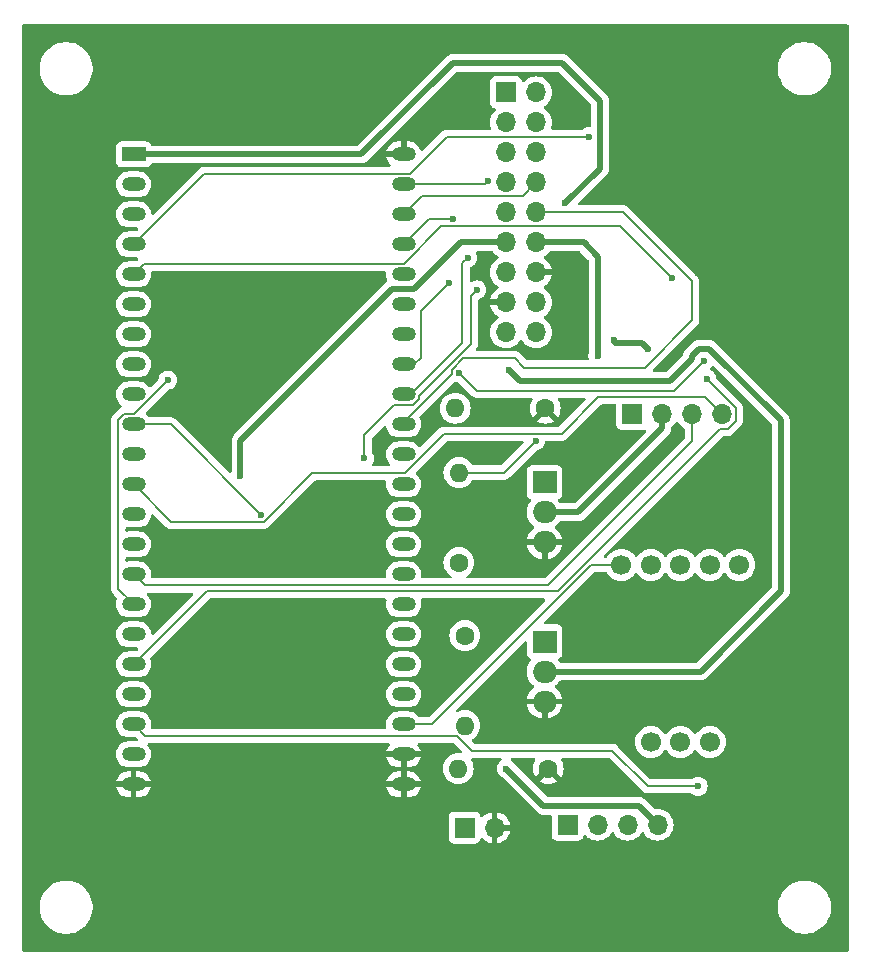
<source format=gbr>
%TF.GenerationSoftware,KiCad,Pcbnew,8.0.5*%
%TF.CreationDate,2025-05-05T01:51:41+02:00*%
%TF.ProjectId,nodo_sensor,6e6f646f-5f73-4656-9e73-6f722e6b6963,rev?*%
%TF.SameCoordinates,Original*%
%TF.FileFunction,Copper,L2,Bot*%
%TF.FilePolarity,Positive*%
%FSLAX46Y46*%
G04 Gerber Fmt 4.6, Leading zero omitted, Abs format (unit mm)*
G04 Created by KiCad (PCBNEW 8.0.5) date 2025-05-05 01:51:41*
%MOMM*%
%LPD*%
G01*
G04 APERTURE LIST*
%TA.AperFunction,ComponentPad*%
%ADD10C,1.600000*%
%TD*%
%TA.AperFunction,ComponentPad*%
%ADD11O,1.600000X1.600000*%
%TD*%
%TA.AperFunction,ComponentPad*%
%ADD12R,1.700000X1.700000*%
%TD*%
%TA.AperFunction,ComponentPad*%
%ADD13O,1.700000X1.700000*%
%TD*%
%TA.AperFunction,ComponentPad*%
%ADD14R,2.000000X1.905000*%
%TD*%
%TA.AperFunction,ComponentPad*%
%ADD15O,2.000000X1.905000*%
%TD*%
%TA.AperFunction,ComponentPad*%
%ADD16C,1.700000*%
%TD*%
%TA.AperFunction,ComponentPad*%
%ADD17R,2.000000X1.200000*%
%TD*%
%TA.AperFunction,ComponentPad*%
%ADD18O,2.000000X1.200000*%
%TD*%
%TA.AperFunction,ViaPad*%
%ADD19C,0.600000*%
%TD*%
%TA.AperFunction,Conductor*%
%ADD20C,0.500000*%
%TD*%
%TA.AperFunction,Conductor*%
%ADD21C,0.200000*%
%TD*%
G04 APERTURE END LIST*
D10*
%TO.P,RS1,1*%
%TO.N,GND*%
X154310000Y-102500000D03*
D11*
%TO.P,RS1,2*%
%TO.N,Net-(Q1-G)*%
X146690000Y-102500000D03*
%TD*%
D12*
%TO.P,J3,1,Pin_1*%
%TO.N,+5V*%
X156200000Y-137750000D03*
D13*
%TO.P,J3,2,Pin_2*%
%TO.N,Net-(J3-Pin_2)*%
X158740000Y-137750000D03*
%TO.P,J3,3,Pin_3*%
%TO.N,Net-(J3-Pin_3)*%
X161280000Y-137750000D03*
%TO.P,J3,4,Pin_4*%
%TO.N,/retorno5V*%
X163820000Y-137750000D03*
%TD*%
D12*
%TO.P,J1,1,Pin_1*%
%TO.N,+5V*%
X147475000Y-138000000D03*
D13*
%TO.P,J1,2,Pin_2*%
%TO.N,GND*%
X150015000Y-138000000D03*
%TD*%
D14*
%TO.P,Q2,1,G*%
%TO.N,Net-(Q2-G)*%
X154250000Y-122250000D03*
D15*
%TO.P,Q2,2,D*%
%TO.N,/retorno5V*%
X154250000Y-124790000D03*
%TO.P,Q2,3,S*%
%TO.N,GND*%
X154250000Y-127330000D03*
%TD*%
D16*
%TO.P,MAX1,1,EN*%
%TO.N,Net-(MAX1-EN)*%
X160750000Y-115750000D03*
%TO.P,MAX1,2,VCC*%
%TO.N,+3V3*%
X163250000Y-115750000D03*
%TO.P,MAX1,3,RXD*%
%TO.N,Net-(MAX1-RXD)*%
X165750000Y-115750000D03*
%TO.P,MAX1,4,TXD*%
%TO.N,Net-(MAX1-TXD)*%
X168250000Y-115750000D03*
%TO.P,MAX1,5,GND*%
%TO.N,/retorno3V3*%
X170750000Y-115750000D03*
%TO.P,MAX1,6,GND*%
%TO.N,unconnected-(MAX1-GND-Pad6)*%
X163250000Y-130750000D03*
%TO.P,MAX1,7,A*%
%TO.N,Net-(J3-Pin_3)*%
X165750000Y-130750000D03*
%TO.P,MAX1,8,B*%
%TO.N,Net-(J3-Pin_2)*%
X168250000Y-130750000D03*
%TD*%
D12*
%TO.P,J2,1,Pin_1*%
%TO.N,+3V3*%
X161670000Y-103000000D03*
D13*
%TO.P,J2,2,Pin_2*%
%TO.N,/retorno3V3*%
X164210000Y-103000000D03*
%TO.P,J2,3,Pin_3*%
%TO.N,/gpio9*%
X166750000Y-103000000D03*
%TO.P,J2,4,Pin_4*%
%TO.N,/gpio8*%
X169290000Y-103000000D03*
%TD*%
D14*
%TO.P,Q1,1,G*%
%TO.N,Net-(Q1-G)*%
X154250000Y-108750000D03*
D15*
%TO.P,Q1,2,D*%
%TO.N,/retorno3V3*%
X154250000Y-111290000D03*
%TO.P,Q1,3,S*%
%TO.N,GND*%
X154250000Y-113830000D03*
%TD*%
D10*
%TO.P,RG2,1*%
%TO.N,Net-(U1-GPIO47)*%
X147500000Y-121750000D03*
D11*
%TO.P,RG2,2*%
%TO.N,Net-(Q2-G)*%
X147500000Y-129370000D03*
%TD*%
D17*
%TO.P,U1,1,3V3*%
%TO.N,+3V3*%
X119455000Y-81008120D03*
D18*
%TO.P,U1,2,3V3*%
X119455000Y-83548120D03*
%TO.P,U1,3,CHIP_PU*%
%TO.N,unconnected-(U1-CHIP_PU-Pad3)*%
X119455000Y-86088120D03*
%TO.P,U1,4,GPIO4/ADC1_CH3*%
%TO.N,Net-(LoRaSX1-DI00)*%
X119455000Y-88628120D03*
%TO.P,U1,5,GPIO5/ADC1_CH4*%
%TO.N,Net-(LoRaSX1-RST)*%
X119455000Y-91168120D03*
%TO.P,U1,6,GPIO6/ADC1_CH5*%
%TO.N,/gpio6ext*%
X119455000Y-93708120D03*
%TO.P,U1,7,GPIO7/ADC1_CH6*%
%TO.N,/gpio7ext*%
X119455000Y-96248120D03*
%TO.P,U1,8,GPIO15/ADC2_CH4/32K_P*%
%TO.N,/gpio15ext*%
X119455000Y-98788120D03*
%TO.P,U1,9,GPIO16/ADC2_CH5/32K_N*%
%TO.N,/gpio16ext*%
X119455000Y-101328120D03*
%TO.P,U1,10,GPIO17/ADC2_CH6*%
%TO.N,Net-(MAX1-RXD)*%
X119455000Y-103868120D03*
%TO.P,U1,11,GPIO18/ADC2_CH7*%
%TO.N,Net-(MAX1-TXD)*%
X119455000Y-106408120D03*
%TO.P,U1,12,GPIO8/ADC1_CH7*%
%TO.N,/gpio8*%
X119455000Y-108948120D03*
%TO.P,U1,13,GPIO3/ADC1_CH2*%
%TO.N,/gpio3ext*%
X119455000Y-111488120D03*
%TO.P,U1,14,GPIO46*%
%TO.N,/gpio46ext*%
X119455000Y-114028120D03*
%TO.P,U1,15,GPIO9/ADC1_CH8*%
%TO.N,/gpio9*%
X119455000Y-116568120D03*
%TO.P,U1,16,GPIO10/ADC1_CH9*%
%TO.N,Net-(LoRaSX1-NSS)*%
X119455000Y-119108120D03*
%TO.P,U1,17,GPIO11/ADC2_CH0*%
%TO.N,/gpio11ext*%
X119455000Y-121648120D03*
%TO.P,U1,18,GPIO12/ADC2_CH1*%
%TO.N,Net-(LoRaSX1-SCK)*%
X119455000Y-124188120D03*
%TO.P,U1,19,GPIO13/ADC2_CH2*%
%TO.N,Net-(LoRaSX1-MISO)*%
X119455000Y-126728120D03*
%TO.P,U1,20,GPIO14/ADC2_CH3*%
%TO.N,Net-(LoRaSX1-MOSI)*%
X119451320Y-129265400D03*
%TO.P,U1,21,5V*%
%TO.N,+5V*%
X119451320Y-131805400D03*
%TO.P,U1,22,GND*%
%TO.N,GND*%
X119451320Y-134345400D03*
%TO.P,U1,23,GND*%
X142315000Y-134348120D03*
%TO.P,U1,24,GND*%
X142315000Y-131808120D03*
%TO.P,U1,25,GPIO19/USB_D-*%
%TO.N,Net-(MAX1-EN)*%
X142315000Y-129268120D03*
%TO.P,U1,26,GPIO20/USB_D+*%
%TO.N,unconnected-(U1-GPIO20{slash}USB_D+-Pad26)*%
X142315000Y-126728120D03*
%TO.P,U1,27,GPIO21*%
%TO.N,/gpio21ext*%
X142315000Y-124188120D03*
%TO.P,U1,28,GPIO47*%
%TO.N,Net-(U1-GPIO47)*%
X142315000Y-121648120D03*
%TO.P,U1,29,GPIO48*%
%TO.N,Net-(U1-GPIO48)*%
X142315000Y-119108120D03*
%TO.P,U1,30,GPIO45*%
%TO.N,/gpio45ext*%
X142315000Y-116568120D03*
%TO.P,U1,31,GPIO0*%
%TO.N,/gpio0text*%
X142315000Y-114028120D03*
%TO.P,U1,32,GPIO35*%
%TO.N,/gpio35ext*%
X142315000Y-111488120D03*
%TO.P,U1,33,GPIO36*%
%TO.N,/gpio36ext*%
X142315000Y-108948120D03*
%TO.P,U1,34,GPIO37*%
%TO.N,/gpio37ext*%
X142315000Y-106408120D03*
%TO.P,U1,35,GPIO38*%
%TO.N,/gpio38ext*%
X142315000Y-103868120D03*
%TO.P,U1,36,GPIO39/MTCK*%
%TO.N,/gpio39ext*%
X142315000Y-101328120D03*
%TO.P,U1,37,GPIO40/MTDO*%
%TO.N,/gpio40ext*%
X142315000Y-98788120D03*
%TO.P,U1,38,GPIO41/MTDI*%
%TO.N,/gpio41ext*%
X142315000Y-96248120D03*
%TO.P,U1,39,GPIO42/MTMS*%
%TO.N,/gpio42ext*%
X142315000Y-93708120D03*
%TO.P,U1,40,GPIO2/ADC1_CH1*%
%TO.N,/gpio2ext*%
X142315000Y-91168120D03*
%TO.P,U1,41,GPIO1/ADC1_CH0*%
%TO.N,/gpio1ext*%
X142315000Y-88628120D03*
%TO.P,U1,42,GPIO44/U0RXD*%
%TO.N,/gpio44ext*%
X142315000Y-86088120D03*
%TO.P,U1,43,GPIO43/U0TXD*%
%TO.N,/gpio43ext*%
X142315000Y-83548120D03*
%TO.P,U1,44,GND*%
%TO.N,GND*%
X142315000Y-81008120D03*
%TD*%
D10*
%TO.P,RS2,1*%
%TO.N,GND*%
X154560000Y-133000000D03*
D11*
%TO.P,RS2,2*%
%TO.N,Net-(Q2-G)*%
X146940000Y-133000000D03*
%TD*%
D10*
%TO.P,RG1,1*%
%TO.N,Net-(U1-GPIO48)*%
X147000000Y-115560000D03*
D11*
%TO.P,RG1,2*%
%TO.N,Net-(Q1-G)*%
X147000000Y-107940000D03*
%TD*%
D12*
%TO.P,J4,1,gpio15*%
%TO.N,/gpio15ext*%
X151000000Y-75750000D03*
D13*
%TO.P,J4,2,Pin_2*%
%TO.N,/gpio16ext*%
X153540000Y-75750000D03*
%TO.P,J4,3,Pin_3*%
%TO.N,/gpio1ext*%
X151000000Y-78290000D03*
%TO.P,J4,4,Pin_4*%
%TO.N,/gpio21ext*%
X153540000Y-78290000D03*
%TO.P,J4,5,Pin_5*%
%TO.N,/gpio39ext*%
X151000000Y-80830000D03*
%TO.P,J4,6,Pin_6*%
%TO.N,/gpio40ext*%
X153540000Y-80830000D03*
%TO.P,J4,7,Pin_7*%
%TO.N,/gpio43ext*%
X151000000Y-83370000D03*
%TO.P,J4,8,Pin_8*%
%TO.N,/gpio44ext*%
X153540000Y-83370000D03*
%TO.P,J4,9,Pin_9*%
%TO.N,/gpio45ext*%
X151000000Y-85910000D03*
%TO.P,J4,10,Pin_10*%
%TO.N,/gpio38ext*%
X153540000Y-85910000D03*
%TO.P,J4,11,Pin_11*%
%TO.N,+5V*%
X151000000Y-88450000D03*
%TO.P,J4,12,Pin_12*%
%TO.N,+3V3*%
X153540000Y-88450000D03*
%TO.P,J4,13,Pin_13*%
X151000000Y-90990000D03*
%TO.P,J4,14,Pin_14*%
%TO.N,GND*%
X153540000Y-90990000D03*
%TO.P,J4,15,Pin_15*%
X151000000Y-93530000D03*
%TO.P,J4,16,Pin_16*%
%TO.N,/retorno3V3*%
X153540000Y-93530000D03*
%TO.P,J4,17,Pin_17*%
%TO.N,/retorno5V*%
X151000000Y-96070000D03*
%TO.P,J4,18*%
%TO.N,N/C*%
X153540000Y-96070000D03*
%TD*%
D19*
%TO.N,+5V*%
X128500000Y-108250000D03*
%TO.N,GND*%
X159750000Y-123000000D03*
X160113603Y-110613603D03*
X166363603Y-110613603D03*
%TO.N,/retorno3V3*%
X160113603Y-96713603D03*
X163000000Y-97500000D03*
%TO.N,+3V3*%
X156000000Y-85110000D03*
X158750000Y-98050000D03*
%TO.N,/retorno5V*%
X151250000Y-99250000D03*
X151000000Y-133000000D03*
%TO.N,/gpio45ext*%
X139000000Y-106750000D03*
X148500000Y-92480000D03*
%TO.N,/gpio39ext*%
X147750000Y-89750000D03*
%TO.N,/gpio40ext*%
X146125000Y-91875000D03*
%TO.N,/gpio43ext*%
X149500000Y-83250000D03*
%TO.N,Net-(LoRaSX1-MOSI)*%
X167250000Y-134500000D03*
%TO.N,Net-(LoRaSX1-SCK)*%
X168000000Y-100000000D03*
%TO.N,Net-(LoRaSX1-DI00)*%
X158000000Y-79500000D03*
%TO.N,Net-(LoRaSX1-RST)*%
X165000000Y-91500000D03*
%TO.N,Net-(LoRaSX1-NSS)*%
X122359060Y-100109060D03*
X147000000Y-99500000D03*
X167750000Y-98500001D03*
%TO.N,Net-(MAX1-RXD)*%
X130250000Y-111500000D03*
%TO.N,Net-(Q1-G)*%
X153500000Y-105250000D03*
%TO.N,/gpio1ext*%
X146500000Y-86500000D03*
%TD*%
D20*
%TO.N,+5V*%
X141331880Y-92418120D02*
X128500000Y-105250000D01*
X151000000Y-88450000D02*
X147200887Y-88450000D01*
X128500000Y-105250000D02*
X128500000Y-108250000D01*
X147200887Y-88450000D02*
X143232767Y-92418120D01*
X143232767Y-92418120D02*
X141331880Y-92418120D01*
%TO.N,GND*%
X167250000Y-111500000D02*
X166363603Y-110613603D01*
X160148959Y-110648959D02*
X160113603Y-110613603D01*
X142315000Y-131808120D02*
X142315000Y-134348120D01*
X170750000Y-111500000D02*
X172350000Y-113100000D01*
X151000000Y-93500000D02*
X151000000Y-93530000D01*
X167250000Y-111500000D02*
X170750000Y-111500000D01*
X156967918Y-113830000D02*
X160148959Y-110648959D01*
X154250000Y-113830000D02*
X156967918Y-113830000D01*
X166000000Y-123000000D02*
X159750000Y-123000000D01*
X142312280Y-134345400D02*
X142315000Y-134348120D01*
X172350000Y-116650000D02*
X166000000Y-123000000D01*
X172350000Y-113100000D02*
X172350000Y-116650000D01*
X156511397Y-98150000D02*
X156500000Y-98138603D01*
%TO.N,/retorno3V3*%
X164210000Y-104202081D02*
X157122081Y-111290000D01*
X160250000Y-96850000D02*
X160113603Y-96713603D01*
X164210000Y-103000000D02*
X164210000Y-104202081D01*
X157122081Y-111290000D02*
X154250000Y-111290000D01*
X160250000Y-97000000D02*
X160250000Y-96850000D01*
X162500000Y-97000000D02*
X160250000Y-97000000D01*
X163000000Y-97500000D02*
X162500000Y-97000000D01*
%TO.N,+3V3*%
X157550000Y-88450000D02*
X153540000Y-88450000D01*
X158750000Y-89650000D02*
X157550000Y-88450000D01*
X155750000Y-73250000D02*
X158950000Y-76450000D01*
X158950000Y-82210000D02*
X156000000Y-85160000D01*
X156000000Y-85160000D02*
X156000000Y-85110000D01*
X138741880Y-81008120D02*
X146500000Y-73250000D01*
X119455000Y-81008120D02*
X138741880Y-81008120D01*
X158950000Y-76450000D02*
X158950000Y-82210000D01*
X146500000Y-73250000D02*
X155750000Y-73250000D01*
X158750000Y-98050000D02*
X158750000Y-89650000D01*
D21*
%TO.N,/gpio8*%
X134598529Y-108000000D02*
X130498529Y-112100000D01*
X155700000Y-104650000D02*
X145745912Y-104650000D01*
X145745912Y-104650000D02*
X142395912Y-108000000D01*
X169290000Y-103000000D02*
X167840000Y-101550000D01*
X167840000Y-101550000D02*
X158800000Y-101550000D01*
X122606880Y-112100000D02*
X119455000Y-108948120D01*
X130498529Y-112100000D02*
X122606880Y-112100000D01*
X158800000Y-101550000D02*
X155700000Y-104650000D01*
X142395912Y-108000000D02*
X134598529Y-108000000D01*
%TO.N,/gpio9*%
X166750000Y-105250000D02*
X154500000Y-117500000D01*
X166750000Y-103000000D02*
X166750000Y-105250000D01*
X154500000Y-117500000D02*
X120386880Y-117500000D01*
X120386880Y-117500000D02*
X119455000Y-116568120D01*
D20*
%TO.N,/retorno5V*%
X162220000Y-136150000D02*
X154150000Y-136150000D01*
X166700000Y-98347918D02*
X164897918Y-100150000D01*
X168184925Y-97450000D02*
X167315075Y-97450000D01*
X154250000Y-124790000D02*
X167460000Y-124790000D01*
X154150000Y-136150000D02*
X151000000Y-133000000D01*
X166700000Y-98065075D02*
X166700000Y-98347918D01*
X167315075Y-97450000D02*
X166700000Y-98065075D01*
X167460000Y-124790000D02*
X174250000Y-118000000D01*
X152150000Y-100150000D02*
X151250000Y-99250000D01*
X163820000Y-137750000D02*
X162220000Y-136150000D01*
X174250000Y-118000000D02*
X174250000Y-103515075D01*
X174250000Y-103515075D02*
X168184925Y-97450000D01*
X164897918Y-100150000D02*
X152150000Y-100150000D01*
D21*
%TO.N,/gpio45ext*%
X148000000Y-97085785D02*
X143615000Y-101470785D01*
X148000000Y-92980000D02*
X148000000Y-97085785D01*
X143087792Y-102228120D02*
X141542208Y-102228120D01*
X139000000Y-104770328D02*
X139000000Y-106750000D01*
X143615000Y-101700912D02*
X143087792Y-102228120D01*
X143615000Y-101470785D02*
X143615000Y-101700912D01*
X141542208Y-102228120D02*
X139000000Y-104770328D01*
X148500000Y-92480000D02*
X148000000Y-92980000D01*
%TO.N,/gpio39ext*%
X147300000Y-90200000D02*
X147300000Y-96950000D01*
X147750000Y-89750000D02*
X147300000Y-90200000D01*
X147300000Y-96950000D02*
X142921880Y-101328120D01*
X142921880Y-101328120D02*
X142315000Y-101328120D01*
%TO.N,/gpio40ext*%
X143750000Y-98250000D02*
X143211880Y-98788120D01*
X143211880Y-98788120D02*
X142315000Y-98788120D01*
X143750000Y-94250000D02*
X143750000Y-98250000D01*
X146125000Y-91875000D02*
X143750000Y-94250000D01*
%TO.N,/gpio44ext*%
X152390000Y-84520000D02*
X143883120Y-84520000D01*
X153540000Y-83370000D02*
X152390000Y-84520000D01*
X143883120Y-84520000D02*
X142315000Y-86088120D01*
%TO.N,/gpio43ext*%
X149201880Y-83548120D02*
X142315000Y-83548120D01*
X149500000Y-83250000D02*
X149201880Y-83548120D01*
%TO.N,Net-(LoRaSX1-MOSI)*%
X167250000Y-134500000D02*
X163000000Y-134500000D01*
X163000000Y-134500000D02*
X160000000Y-131500000D01*
X120435920Y-130250000D02*
X119451320Y-129265400D01*
X148074365Y-131500000D02*
X146824365Y-130250000D01*
X160000000Y-131500000D02*
X148074365Y-131500000D01*
X146824365Y-130250000D02*
X120435920Y-130250000D01*
%TO.N,Net-(LoRaSX1-SCK)*%
X155381814Y-118000000D02*
X169131814Y-104250000D01*
X170440000Y-103560000D02*
X170440000Y-102440000D01*
X125643120Y-118000000D02*
X155381814Y-118000000D01*
X170440000Y-102440000D02*
X168000000Y-100000000D01*
X169750000Y-104250000D02*
X170440000Y-103560000D01*
X119455000Y-124188120D02*
X125643120Y-118000000D01*
X169131814Y-104250000D02*
X169750000Y-104250000D01*
%TO.N,Net-(LoRaSX1-DI00)*%
X142851880Y-82648120D02*
X125435000Y-82648120D01*
X125435000Y-82648120D02*
X119455000Y-88628120D01*
X146000000Y-79500000D02*
X142851880Y-82648120D01*
X158000000Y-79500000D02*
X146000000Y-79500000D01*
%TO.N,Net-(LoRaSX1-MISO)*%
X119021880Y-126728120D02*
X119455000Y-126728120D01*
%TO.N,Net-(LoRaSX1-RST)*%
X120373120Y-90250000D02*
X119455000Y-91168120D01*
X165000000Y-91500000D02*
X160600000Y-87100000D01*
X160600000Y-87100000D02*
X145515912Y-87100000D01*
X142365912Y-90250000D02*
X120373120Y-90250000D01*
X145515912Y-87100000D02*
X142365912Y-90250000D01*
%TO.N,Net-(LoRaSX1-NSS)*%
X119500000Y-102968120D02*
X118682208Y-102968120D01*
X148500001Y-101000001D02*
X147000000Y-99500000D01*
X122359060Y-100109060D02*
X119500000Y-102968120D01*
X165249999Y-101000001D02*
X148500001Y-101000001D01*
X118155000Y-117808120D02*
X119455000Y-119108120D01*
X118682208Y-102968120D02*
X118155000Y-103495328D01*
X167750000Y-98500001D02*
X167749999Y-98500001D01*
X167749999Y-98500001D02*
X165249999Y-101000001D01*
X118155000Y-103495328D02*
X118155000Y-117808120D01*
%TO.N,Net-(MAX1-EN)*%
X158197500Y-115750000D02*
X144679380Y-129268120D01*
X160750000Y-115750000D02*
X158197500Y-115750000D01*
X144679380Y-129268120D02*
X142315000Y-129268120D01*
%TO.N,Net-(MAX1-RXD)*%
X122618120Y-103868120D02*
X119455000Y-103868120D01*
X130250000Y-111500000D02*
X122618120Y-103868120D01*
%TO.N,Net-(Q1-G)*%
X150810000Y-107940000D02*
X147000000Y-107940000D01*
X153500000Y-105250000D02*
X150810000Y-107940000D01*
%TO.N,/gpio1ext*%
X146500000Y-86500000D02*
X144443120Y-86500000D01*
X144443120Y-86500000D02*
X142315000Y-88628120D01*
%TO.N,/gpio38ext*%
X151782843Y-98282843D02*
X147368628Y-98282843D01*
X142315000Y-103685000D02*
X142315000Y-103868120D01*
X166750000Y-95022793D02*
X162722793Y-99050000D01*
X146400000Y-99600000D02*
X142315000Y-103685000D01*
X153540000Y-85910000D02*
X160910000Y-85910000D01*
X160910000Y-85910000D02*
X166750000Y-91750000D01*
X152550000Y-99050000D02*
X151782843Y-98282843D01*
X146400000Y-99251471D02*
X146400000Y-99600000D01*
X166750000Y-91750000D02*
X166750000Y-95022793D01*
X162722793Y-99050000D02*
X152550000Y-99050000D01*
X147368628Y-98282843D02*
X146400000Y-99251471D01*
%TD*%
%TA.AperFunction,Conductor*%
%TO.N,GND*%
G36*
X168596547Y-98923573D02*
G01*
X168603986Y-98930429D01*
X173463181Y-103789623D01*
X173496666Y-103850946D01*
X173499500Y-103877304D01*
X173499500Y-117637770D01*
X173479815Y-117704809D01*
X173463181Y-117725451D01*
X167185451Y-124003181D01*
X167124128Y-124036666D01*
X167097770Y-124039500D01*
X155611418Y-124039500D01*
X155544379Y-124019815D01*
X155511100Y-123988386D01*
X155407472Y-123845755D01*
X155383994Y-123779953D01*
X155399819Y-123711899D01*
X155449925Y-123663204D01*
X155464455Y-123656692D01*
X155492331Y-123646296D01*
X155607546Y-123560046D01*
X155693796Y-123444831D01*
X155744091Y-123309983D01*
X155750500Y-123250373D01*
X155750499Y-121249628D01*
X155744091Y-121190017D01*
X155699824Y-121071332D01*
X155693797Y-121055171D01*
X155693793Y-121055164D01*
X155607547Y-120939955D01*
X155607544Y-120939952D01*
X155492335Y-120853706D01*
X155492328Y-120853702D01*
X155357482Y-120803408D01*
X155357483Y-120803408D01*
X155297883Y-120797001D01*
X155297881Y-120797000D01*
X155297873Y-120797000D01*
X155297865Y-120797000D01*
X154299097Y-120797000D01*
X154232058Y-120777315D01*
X154186303Y-120724511D01*
X154176359Y-120655353D01*
X154205384Y-120591797D01*
X154211416Y-120585319D01*
X156265404Y-118531332D01*
X158409917Y-116386819D01*
X158471240Y-116353334D01*
X158497598Y-116350500D01*
X159460909Y-116350500D01*
X159527948Y-116370185D01*
X159573292Y-116422097D01*
X159575965Y-116427830D01*
X159711505Y-116621401D01*
X159878599Y-116788495D01*
X159960203Y-116845635D01*
X160072165Y-116924032D01*
X160072167Y-116924033D01*
X160072170Y-116924035D01*
X160286337Y-117023903D01*
X160514592Y-117085063D01*
X160702918Y-117101539D01*
X160749999Y-117105659D01*
X160750000Y-117105659D01*
X160750001Y-117105659D01*
X160789234Y-117102226D01*
X160985408Y-117085063D01*
X161213663Y-117023903D01*
X161427830Y-116924035D01*
X161621401Y-116788495D01*
X161788495Y-116621401D01*
X161898425Y-116464405D01*
X161953002Y-116420780D01*
X162022500Y-116413586D01*
X162084855Y-116445109D01*
X162101575Y-116464405D01*
X162211500Y-116621395D01*
X162211505Y-116621401D01*
X162378599Y-116788495D01*
X162460203Y-116845635D01*
X162572165Y-116924032D01*
X162572167Y-116924033D01*
X162572170Y-116924035D01*
X162786337Y-117023903D01*
X163014592Y-117085063D01*
X163202918Y-117101539D01*
X163249999Y-117105659D01*
X163250000Y-117105659D01*
X163250001Y-117105659D01*
X163289234Y-117102226D01*
X163485408Y-117085063D01*
X163713663Y-117023903D01*
X163927830Y-116924035D01*
X164121401Y-116788495D01*
X164288495Y-116621401D01*
X164398425Y-116464405D01*
X164453002Y-116420780D01*
X164522500Y-116413586D01*
X164584855Y-116445109D01*
X164601575Y-116464405D01*
X164711500Y-116621395D01*
X164711505Y-116621401D01*
X164878599Y-116788495D01*
X164960203Y-116845635D01*
X165072165Y-116924032D01*
X165072167Y-116924033D01*
X165072170Y-116924035D01*
X165286337Y-117023903D01*
X165514592Y-117085063D01*
X165702918Y-117101539D01*
X165749999Y-117105659D01*
X165750000Y-117105659D01*
X165750001Y-117105659D01*
X165789234Y-117102226D01*
X165985408Y-117085063D01*
X166213663Y-117023903D01*
X166427830Y-116924035D01*
X166621401Y-116788495D01*
X166788495Y-116621401D01*
X166898425Y-116464405D01*
X166953002Y-116420780D01*
X167022500Y-116413586D01*
X167084855Y-116445109D01*
X167101575Y-116464405D01*
X167211500Y-116621395D01*
X167211505Y-116621401D01*
X167378599Y-116788495D01*
X167460203Y-116845635D01*
X167572165Y-116924032D01*
X167572167Y-116924033D01*
X167572170Y-116924035D01*
X167786337Y-117023903D01*
X168014592Y-117085063D01*
X168202918Y-117101539D01*
X168249999Y-117105659D01*
X168250000Y-117105659D01*
X168250001Y-117105659D01*
X168289234Y-117102226D01*
X168485408Y-117085063D01*
X168713663Y-117023903D01*
X168927830Y-116924035D01*
X169121401Y-116788495D01*
X169288495Y-116621401D01*
X169398425Y-116464405D01*
X169453002Y-116420780D01*
X169522500Y-116413586D01*
X169584855Y-116445109D01*
X169601575Y-116464405D01*
X169711500Y-116621395D01*
X169711505Y-116621401D01*
X169878599Y-116788495D01*
X169960203Y-116845635D01*
X170072165Y-116924032D01*
X170072167Y-116924033D01*
X170072170Y-116924035D01*
X170286337Y-117023903D01*
X170514592Y-117085063D01*
X170702918Y-117101539D01*
X170749999Y-117105659D01*
X170750000Y-117105659D01*
X170750001Y-117105659D01*
X170789234Y-117102226D01*
X170985408Y-117085063D01*
X171213663Y-117023903D01*
X171427830Y-116924035D01*
X171621401Y-116788495D01*
X171788495Y-116621401D01*
X171924035Y-116427830D01*
X172023903Y-116213663D01*
X172085063Y-115985408D01*
X172105659Y-115750000D01*
X172085063Y-115514592D01*
X172023903Y-115286337D01*
X171924035Y-115072171D01*
X171924034Y-115072169D01*
X171788494Y-114878597D01*
X171621402Y-114711506D01*
X171621395Y-114711501D01*
X171427834Y-114575967D01*
X171427830Y-114575965D01*
X171393492Y-114559953D01*
X171213663Y-114476097D01*
X171213659Y-114476096D01*
X171213655Y-114476094D01*
X170985413Y-114414938D01*
X170985403Y-114414936D01*
X170750001Y-114394341D01*
X170749999Y-114394341D01*
X170514596Y-114414936D01*
X170514586Y-114414938D01*
X170286344Y-114476094D01*
X170286335Y-114476098D01*
X170072171Y-114575964D01*
X170072169Y-114575965D01*
X169878597Y-114711505D01*
X169711505Y-114878597D01*
X169601575Y-115035595D01*
X169546998Y-115079220D01*
X169477500Y-115086414D01*
X169415145Y-115054891D01*
X169398425Y-115035595D01*
X169288494Y-114878597D01*
X169121402Y-114711506D01*
X169121395Y-114711501D01*
X168927834Y-114575967D01*
X168927830Y-114575965D01*
X168893492Y-114559953D01*
X168713663Y-114476097D01*
X168713659Y-114476096D01*
X168713655Y-114476094D01*
X168485413Y-114414938D01*
X168485403Y-114414936D01*
X168250001Y-114394341D01*
X168249999Y-114394341D01*
X168014596Y-114414936D01*
X168014586Y-114414938D01*
X167786344Y-114476094D01*
X167786335Y-114476098D01*
X167572171Y-114575964D01*
X167572169Y-114575965D01*
X167378597Y-114711505D01*
X167211505Y-114878597D01*
X167101575Y-115035595D01*
X167046998Y-115079220D01*
X166977500Y-115086414D01*
X166915145Y-115054891D01*
X166898425Y-115035595D01*
X166788494Y-114878597D01*
X166621402Y-114711506D01*
X166621395Y-114711501D01*
X166427834Y-114575967D01*
X166427830Y-114575965D01*
X166393492Y-114559953D01*
X166213663Y-114476097D01*
X166213659Y-114476096D01*
X166213655Y-114476094D01*
X165985413Y-114414938D01*
X165985403Y-114414936D01*
X165750001Y-114394341D01*
X165749999Y-114394341D01*
X165514596Y-114414936D01*
X165514586Y-114414938D01*
X165286344Y-114476094D01*
X165286335Y-114476098D01*
X165072171Y-114575964D01*
X165072169Y-114575965D01*
X164878597Y-114711505D01*
X164711505Y-114878597D01*
X164601575Y-115035595D01*
X164546998Y-115079220D01*
X164477500Y-115086414D01*
X164415145Y-115054891D01*
X164398425Y-115035595D01*
X164288494Y-114878597D01*
X164121402Y-114711506D01*
X164121395Y-114711501D01*
X163927834Y-114575967D01*
X163927830Y-114575965D01*
X163893492Y-114559953D01*
X163713663Y-114476097D01*
X163713659Y-114476096D01*
X163713655Y-114476094D01*
X163485413Y-114414938D01*
X163485403Y-114414936D01*
X163250001Y-114394341D01*
X163249999Y-114394341D01*
X163014596Y-114414936D01*
X163014586Y-114414938D01*
X162786344Y-114476094D01*
X162786335Y-114476098D01*
X162572171Y-114575964D01*
X162572169Y-114575965D01*
X162378597Y-114711505D01*
X162211505Y-114878597D01*
X162101575Y-115035595D01*
X162046998Y-115079220D01*
X161977500Y-115086414D01*
X161915145Y-115054891D01*
X161898425Y-115035595D01*
X161788494Y-114878597D01*
X161621402Y-114711506D01*
X161621395Y-114711501D01*
X161427834Y-114575967D01*
X161427830Y-114575965D01*
X161393492Y-114559953D01*
X161213663Y-114476097D01*
X161213659Y-114476096D01*
X161213655Y-114476094D01*
X160985413Y-114414938D01*
X160985403Y-114414936D01*
X160750001Y-114394341D01*
X160749999Y-114394341D01*
X160514596Y-114414936D01*
X160514586Y-114414938D01*
X160286344Y-114476094D01*
X160286335Y-114476098D01*
X160072171Y-114575964D01*
X160072169Y-114575965D01*
X159878597Y-114711505D01*
X159711506Y-114878596D01*
X159575965Y-115072170D01*
X159575962Y-115072175D01*
X159573289Y-115077909D01*
X159527115Y-115130346D01*
X159460909Y-115149500D01*
X159380911Y-115149500D01*
X159313872Y-115129815D01*
X159268117Y-115077011D01*
X159258173Y-115007853D01*
X159287198Y-114944297D01*
X159293230Y-114937819D01*
X169344230Y-104886819D01*
X169405553Y-104853334D01*
X169431911Y-104850500D01*
X169663331Y-104850500D01*
X169663347Y-104850501D01*
X169670943Y-104850501D01*
X169829054Y-104850501D01*
X169829057Y-104850501D01*
X169981785Y-104809577D01*
X170052724Y-104768620D01*
X170118716Y-104730520D01*
X170230520Y-104618716D01*
X170230520Y-104618714D01*
X170240724Y-104608511D01*
X170240728Y-104608506D01*
X170798506Y-104050728D01*
X170798511Y-104050724D01*
X170808714Y-104040520D01*
X170808716Y-104040520D01*
X170920520Y-103928716D01*
X170999577Y-103791784D01*
X171040500Y-103639057D01*
X171040500Y-102360943D01*
X171030111Y-102322171D01*
X170999577Y-102208215D01*
X170965425Y-102149063D01*
X170965425Y-102149061D01*
X170920524Y-102071290D01*
X170920521Y-102071286D01*
X170920520Y-102071284D01*
X170808716Y-101959480D01*
X170808715Y-101959479D01*
X170804385Y-101955149D01*
X170804374Y-101955139D01*
X168830700Y-99981465D01*
X168797215Y-99920142D01*
X168795163Y-99907686D01*
X168785368Y-99820745D01*
X168725789Y-99650478D01*
X168629816Y-99497738D01*
X168502262Y-99370184D01*
X168433553Y-99327011D01*
X168349514Y-99274205D01*
X168343865Y-99271485D01*
X168292007Y-99224660D01*
X168273698Y-99157232D01*
X168294749Y-99090609D01*
X168309981Y-99072097D01*
X168379816Y-99002263D01*
X168411312Y-98952136D01*
X168463645Y-98905847D01*
X168532699Y-98895198D01*
X168596547Y-98923573D01*
G37*
%TD.AperFunction*%
%TA.AperFunction,Conductor*%
G36*
X160262539Y-102170185D02*
G01*
X160308294Y-102222989D01*
X160319500Y-102274500D01*
X160319500Y-103897870D01*
X160319501Y-103897876D01*
X160325908Y-103957483D01*
X160376202Y-104092328D01*
X160376206Y-104092335D01*
X160462452Y-104207544D01*
X160462455Y-104207547D01*
X160577664Y-104293793D01*
X160577671Y-104293797D01*
X160712517Y-104344091D01*
X160712516Y-104344091D01*
X160719444Y-104344835D01*
X160772127Y-104350500D01*
X162567872Y-104350499D01*
X162627483Y-104344091D01*
X162698072Y-104317762D01*
X162767762Y-104312779D01*
X162829085Y-104346264D01*
X162862570Y-104407587D01*
X162857586Y-104477278D01*
X162829085Y-104521626D01*
X156847532Y-110503181D01*
X156786209Y-110536666D01*
X156759851Y-110539500D01*
X155611418Y-110539500D01*
X155544379Y-110519815D01*
X155511100Y-110488386D01*
X155467444Y-110428299D01*
X155407472Y-110345755D01*
X155383994Y-110279953D01*
X155399819Y-110211899D01*
X155449925Y-110163204D01*
X155464455Y-110156692D01*
X155492331Y-110146296D01*
X155607546Y-110060046D01*
X155693796Y-109944831D01*
X155744091Y-109809983D01*
X155750500Y-109750373D01*
X155750499Y-107749628D01*
X155744091Y-107690017D01*
X155718008Y-107620086D01*
X155693797Y-107555171D01*
X155693793Y-107555164D01*
X155607547Y-107439955D01*
X155607544Y-107439952D01*
X155492335Y-107353706D01*
X155492328Y-107353702D01*
X155357482Y-107303408D01*
X155357483Y-107303408D01*
X155297883Y-107297001D01*
X155297881Y-107297000D01*
X155297873Y-107297000D01*
X155297864Y-107297000D01*
X153202129Y-107297000D01*
X153202123Y-107297001D01*
X153142516Y-107303408D01*
X153007671Y-107353702D01*
X153007664Y-107353706D01*
X152892455Y-107439952D01*
X152892452Y-107439955D01*
X152806206Y-107555164D01*
X152806202Y-107555171D01*
X152755908Y-107690017D01*
X152750758Y-107737923D01*
X152749501Y-107749623D01*
X152749500Y-107749635D01*
X152749500Y-109750370D01*
X152749501Y-109750376D01*
X152755908Y-109809983D01*
X152806202Y-109944828D01*
X152806206Y-109944835D01*
X152892452Y-110060044D01*
X152892455Y-110060047D01*
X153007664Y-110146293D01*
X153007669Y-110146296D01*
X153035539Y-110156690D01*
X153091473Y-110198561D01*
X153115891Y-110264024D01*
X153101040Y-110332298D01*
X153092525Y-110345759D01*
X152959783Y-110528461D01*
X152855950Y-110732244D01*
X152785278Y-110949750D01*
X152785278Y-110949753D01*
X152785278Y-110949755D01*
X152749500Y-111175646D01*
X152749500Y-111404354D01*
X152760850Y-111476012D01*
X152785278Y-111630246D01*
X152785278Y-111630249D01*
X152855950Y-111847755D01*
X152893875Y-111922186D01*
X152959783Y-112051538D01*
X153094214Y-112236566D01*
X153255934Y-112398286D01*
X153340864Y-112459991D01*
X153383529Y-112515321D01*
X153389508Y-112584935D01*
X153356902Y-112646730D01*
X153340864Y-112660627D01*
X153256257Y-112722097D01*
X153094597Y-112883757D01*
X152960211Y-113068723D01*
X152856417Y-113272429D01*
X152785765Y-113489871D01*
X152771491Y-113580000D01*
X153759252Y-113580000D01*
X153737482Y-113617708D01*
X153700000Y-113757591D01*
X153700000Y-113902409D01*
X153737482Y-114042292D01*
X153759252Y-114080000D01*
X152771491Y-114080000D01*
X152785765Y-114170128D01*
X152856417Y-114387570D01*
X152960211Y-114591276D01*
X153094597Y-114776242D01*
X153256257Y-114937902D01*
X153441223Y-115072288D01*
X153644929Y-115176082D01*
X153862371Y-115246734D01*
X154000000Y-115268532D01*
X154000000Y-114320747D01*
X154037708Y-114342518D01*
X154177591Y-114380000D01*
X154322409Y-114380000D01*
X154462292Y-114342518D01*
X154500000Y-114320747D01*
X154500000Y-115268531D01*
X154637628Y-115246734D01*
X154855070Y-115176082D01*
X155058776Y-115072288D01*
X155243742Y-114937902D01*
X155405402Y-114776242D01*
X155539788Y-114591276D01*
X155643582Y-114387570D01*
X155714234Y-114170128D01*
X155728509Y-114080000D01*
X154740748Y-114080000D01*
X154762518Y-114042292D01*
X154800000Y-113902409D01*
X154800000Y-113757591D01*
X154762518Y-113617708D01*
X154740748Y-113580000D01*
X155728509Y-113580000D01*
X155714234Y-113489871D01*
X155643582Y-113272429D01*
X155539788Y-113068723D01*
X155405402Y-112883757D01*
X155243742Y-112722097D01*
X155159135Y-112660626D01*
X155116470Y-112605296D01*
X155110491Y-112535682D01*
X155143097Y-112473887D01*
X155159125Y-112459999D01*
X155244066Y-112398286D01*
X155405786Y-112236566D01*
X155511100Y-112091613D01*
X155566430Y-112048949D01*
X155611418Y-112040500D01*
X157196001Y-112040500D01*
X157293543Y-112021096D01*
X157340994Y-112011658D01*
X157477576Y-111955084D01*
X157526810Y-111922186D01*
X157600497Y-111872952D01*
X164792951Y-104680497D01*
X164875084Y-104557576D01*
X164931658Y-104420994D01*
X164941096Y-104373543D01*
X164960500Y-104276001D01*
X164960500Y-104187700D01*
X164980185Y-104120661D01*
X165013375Y-104086126D01*
X165081401Y-104038495D01*
X165248495Y-103871401D01*
X165378425Y-103685842D01*
X165433002Y-103642217D01*
X165502500Y-103635023D01*
X165564855Y-103666546D01*
X165581575Y-103685842D01*
X165665054Y-103805063D01*
X165711505Y-103871401D01*
X165878599Y-104038495D01*
X165975384Y-104106265D01*
X166072165Y-104174032D01*
X166072167Y-104174033D01*
X166072170Y-104174035D01*
X166077898Y-104176706D01*
X166130339Y-104222872D01*
X166149500Y-104289090D01*
X166149500Y-104949903D01*
X166129815Y-105016942D01*
X166113181Y-105037584D01*
X154287584Y-116863181D01*
X154226261Y-116896666D01*
X154199903Y-116899500D01*
X147747625Y-116899500D01*
X147680586Y-116879815D01*
X147634831Y-116827011D01*
X147624887Y-116757853D01*
X147653912Y-116694297D01*
X147676498Y-116673927D01*
X147839139Y-116560047D01*
X148000047Y-116399139D01*
X148130568Y-116212734D01*
X148226739Y-116006496D01*
X148285635Y-115786692D01*
X148305468Y-115560000D01*
X148285635Y-115333308D01*
X148231252Y-115130346D01*
X148226741Y-115113511D01*
X148226738Y-115113502D01*
X148209722Y-115077011D01*
X148130568Y-114907266D01*
X148016984Y-114745050D01*
X148000045Y-114720858D01*
X147839141Y-114559954D01*
X147652734Y-114429432D01*
X147652732Y-114429431D01*
X147446497Y-114333261D01*
X147446488Y-114333258D01*
X147226697Y-114274366D01*
X147226693Y-114274365D01*
X147226692Y-114274365D01*
X147226691Y-114274364D01*
X147226686Y-114274364D01*
X147000002Y-114254532D01*
X146999998Y-114254532D01*
X146773313Y-114274364D01*
X146773302Y-114274366D01*
X146553511Y-114333258D01*
X146553502Y-114333261D01*
X146347267Y-114429431D01*
X146347265Y-114429432D01*
X146160858Y-114559954D01*
X145999954Y-114720858D01*
X145869432Y-114907265D01*
X145869431Y-114907267D01*
X145773261Y-115113502D01*
X145773258Y-115113511D01*
X145714366Y-115333302D01*
X145714364Y-115333313D01*
X145694532Y-115559998D01*
X145694532Y-115560001D01*
X145714364Y-115786686D01*
X145714366Y-115786697D01*
X145773258Y-116006488D01*
X145773261Y-116006497D01*
X145869431Y-116212732D01*
X145869432Y-116212734D01*
X145999954Y-116399141D01*
X146160858Y-116560045D01*
X146160861Y-116560047D01*
X146323499Y-116673926D01*
X146367123Y-116728501D01*
X146374317Y-116797999D01*
X146342795Y-116860354D01*
X146282565Y-116895769D01*
X146252375Y-116899500D01*
X143921917Y-116899500D01*
X143854878Y-116879815D01*
X143809123Y-116827011D01*
X143799179Y-116757853D01*
X143799444Y-116756102D01*
X143815500Y-116654730D01*
X143815500Y-116481509D01*
X143802454Y-116399139D01*
X143788402Y-116310419D01*
X143734873Y-116145675D01*
X143656232Y-115991332D01*
X143554414Y-115851192D01*
X143431928Y-115728706D01*
X143291788Y-115626888D01*
X143137445Y-115548247D01*
X142972701Y-115494718D01*
X142972699Y-115494717D01*
X142972698Y-115494717D01*
X142841271Y-115473901D01*
X142801611Y-115467620D01*
X141828389Y-115467620D01*
X141788728Y-115473901D01*
X141657302Y-115494717D01*
X141492552Y-115548248D01*
X141338211Y-115626888D01*
X141258256Y-115684979D01*
X141198072Y-115728706D01*
X141198070Y-115728708D01*
X141198069Y-115728708D01*
X141075588Y-115851189D01*
X141075588Y-115851190D01*
X141075586Y-115851192D01*
X141031859Y-115911376D01*
X140973768Y-115991331D01*
X140895128Y-116145672D01*
X140841597Y-116310422D01*
X140814500Y-116481509D01*
X140814500Y-116654730D01*
X140830556Y-116756102D01*
X140821602Y-116825395D01*
X140776605Y-116878847D01*
X140709854Y-116899487D01*
X140708083Y-116899500D01*
X121061917Y-116899500D01*
X120994878Y-116879815D01*
X120949123Y-116827011D01*
X120939179Y-116757853D01*
X120939444Y-116756102D01*
X120955500Y-116654730D01*
X120955500Y-116481509D01*
X120942454Y-116399139D01*
X120928402Y-116310419D01*
X120874873Y-116145675D01*
X120796232Y-115991332D01*
X120694414Y-115851192D01*
X120571928Y-115728706D01*
X120431788Y-115626888D01*
X120277445Y-115548247D01*
X120112701Y-115494718D01*
X120112699Y-115494717D01*
X120112698Y-115494717D01*
X119981271Y-115473901D01*
X119941611Y-115467620D01*
X118968389Y-115467620D01*
X118898897Y-115478626D01*
X118829604Y-115469671D01*
X118776152Y-115424675D01*
X118755513Y-115357923D01*
X118755500Y-115356153D01*
X118755500Y-115240086D01*
X118775185Y-115173047D01*
X118827989Y-115127292D01*
X118897147Y-115117348D01*
X118898777Y-115117594D01*
X118968389Y-115128620D01*
X118968391Y-115128620D01*
X119941610Y-115128620D01*
X119941611Y-115128620D01*
X120112701Y-115101522D01*
X120277445Y-115047993D01*
X120431788Y-114969352D01*
X120571928Y-114867534D01*
X120694414Y-114745048D01*
X120796232Y-114604908D01*
X120874873Y-114450565D01*
X120928402Y-114285821D01*
X120955500Y-114114731D01*
X120955500Y-113941509D01*
X140814500Y-113941509D01*
X140814500Y-114114730D01*
X140839783Y-114274366D01*
X140841598Y-114285821D01*
X140895127Y-114450565D01*
X140973768Y-114604908D01*
X141075586Y-114745048D01*
X141198072Y-114867534D01*
X141338212Y-114969352D01*
X141492555Y-115047993D01*
X141657299Y-115101522D01*
X141828389Y-115128620D01*
X141828390Y-115128620D01*
X142801610Y-115128620D01*
X142801611Y-115128620D01*
X142972701Y-115101522D01*
X143137445Y-115047993D01*
X143291788Y-114969352D01*
X143431928Y-114867534D01*
X143554414Y-114745048D01*
X143656232Y-114604908D01*
X143734873Y-114450565D01*
X143788402Y-114285821D01*
X143815500Y-114114731D01*
X143815500Y-113941509D01*
X143788402Y-113770419D01*
X143734873Y-113605675D01*
X143656232Y-113451332D01*
X143554414Y-113311192D01*
X143431928Y-113188706D01*
X143291788Y-113086888D01*
X143137445Y-113008247D01*
X142972701Y-112954718D01*
X142972699Y-112954717D01*
X142972698Y-112954717D01*
X142841271Y-112933901D01*
X142801611Y-112927620D01*
X141828389Y-112927620D01*
X141788728Y-112933901D01*
X141657302Y-112954717D01*
X141492552Y-113008248D01*
X141338211Y-113086888D01*
X141258256Y-113144979D01*
X141198072Y-113188706D01*
X141198070Y-113188708D01*
X141198069Y-113188708D01*
X141075588Y-113311189D01*
X141075588Y-113311190D01*
X141075586Y-113311192D01*
X141031859Y-113371376D01*
X140973768Y-113451331D01*
X140895128Y-113605672D01*
X140841597Y-113770422D01*
X140814500Y-113941509D01*
X120955500Y-113941509D01*
X120928402Y-113770419D01*
X120874873Y-113605675D01*
X120796232Y-113451332D01*
X120694414Y-113311192D01*
X120571928Y-113188706D01*
X120431788Y-113086888D01*
X120277445Y-113008247D01*
X120112701Y-112954718D01*
X120112699Y-112954717D01*
X120112698Y-112954717D01*
X119981271Y-112933901D01*
X119941611Y-112927620D01*
X118968389Y-112927620D01*
X118898897Y-112938626D01*
X118829604Y-112929671D01*
X118776152Y-112884675D01*
X118755513Y-112817923D01*
X118755500Y-112816153D01*
X118755500Y-112700086D01*
X118775185Y-112633047D01*
X118827989Y-112587292D01*
X118897147Y-112577348D01*
X118898777Y-112577594D01*
X118968389Y-112588620D01*
X118968391Y-112588620D01*
X119941610Y-112588620D01*
X119941611Y-112588620D01*
X120112701Y-112561522D01*
X120277445Y-112507993D01*
X120431788Y-112429352D01*
X120571928Y-112327534D01*
X120694414Y-112205048D01*
X120796232Y-112064908D01*
X120874873Y-111910565D01*
X120928402Y-111745821D01*
X120955286Y-111576077D01*
X120985215Y-111512944D01*
X121044526Y-111476012D01*
X121114389Y-111477010D01*
X121165440Y-111507795D01*
X122122019Y-112464374D01*
X122122029Y-112464385D01*
X122126359Y-112468715D01*
X122126360Y-112468716D01*
X122238164Y-112580520D01*
X122238166Y-112580521D01*
X122238170Y-112580524D01*
X122329144Y-112633047D01*
X122375096Y-112659577D01*
X122486899Y-112689534D01*
X122527822Y-112700500D01*
X122527823Y-112700500D01*
X130411860Y-112700500D01*
X130411876Y-112700501D01*
X130419472Y-112700501D01*
X130577583Y-112700501D01*
X130577586Y-112700501D01*
X130730314Y-112659577D01*
X130780433Y-112630639D01*
X130867245Y-112580520D01*
X130979049Y-112468716D01*
X130979049Y-112468714D01*
X130989257Y-112458507D01*
X130989258Y-112458504D01*
X132046254Y-111401509D01*
X140814500Y-111401509D01*
X140814500Y-111574731D01*
X140841598Y-111745821D01*
X140895127Y-111910565D01*
X140973768Y-112064908D01*
X141075586Y-112205048D01*
X141198072Y-112327534D01*
X141338212Y-112429352D01*
X141492555Y-112507993D01*
X141657299Y-112561522D01*
X141828389Y-112588620D01*
X141828390Y-112588620D01*
X142801610Y-112588620D01*
X142801611Y-112588620D01*
X142972701Y-112561522D01*
X143137445Y-112507993D01*
X143291788Y-112429352D01*
X143431928Y-112327534D01*
X143554414Y-112205048D01*
X143656232Y-112064908D01*
X143734873Y-111910565D01*
X143788402Y-111745821D01*
X143815500Y-111574731D01*
X143815500Y-111401509D01*
X143788402Y-111230419D01*
X143734873Y-111065675D01*
X143656232Y-110911332D01*
X143554414Y-110771192D01*
X143431928Y-110648706D01*
X143291788Y-110546888D01*
X143137445Y-110468247D01*
X142972701Y-110414718D01*
X142972699Y-110414717D01*
X142972698Y-110414717D01*
X142841271Y-110393901D01*
X142801611Y-110387620D01*
X141828389Y-110387620D01*
X141788728Y-110393901D01*
X141657302Y-110414717D01*
X141492552Y-110468248D01*
X141338211Y-110546888D01*
X141258256Y-110604979D01*
X141198072Y-110648706D01*
X141198070Y-110648708D01*
X141198069Y-110648708D01*
X141132148Y-110714630D01*
X141075586Y-110771192D01*
X141018905Y-110849207D01*
X140973768Y-110911331D01*
X140895128Y-111065672D01*
X140841597Y-111230422D01*
X140822794Y-111349142D01*
X140814500Y-111401509D01*
X132046254Y-111401509D01*
X134810946Y-108636819D01*
X134872269Y-108603334D01*
X134898627Y-108600500D01*
X140710655Y-108600500D01*
X140777694Y-108620185D01*
X140823449Y-108672989D01*
X140833393Y-108742147D01*
X140833128Y-108743898D01*
X140814500Y-108861509D01*
X140814500Y-109034730D01*
X140838535Y-109186486D01*
X140841598Y-109205821D01*
X140895127Y-109370565D01*
X140973768Y-109524908D01*
X141075586Y-109665048D01*
X141198072Y-109787534D01*
X141338212Y-109889352D01*
X141492555Y-109967993D01*
X141657299Y-110021522D01*
X141828389Y-110048620D01*
X141828390Y-110048620D01*
X142801610Y-110048620D01*
X142801611Y-110048620D01*
X142972701Y-110021522D01*
X143137445Y-109967993D01*
X143291788Y-109889352D01*
X143431928Y-109787534D01*
X143554414Y-109665048D01*
X143656232Y-109524908D01*
X143734873Y-109370565D01*
X143788402Y-109205821D01*
X143815500Y-109034731D01*
X143815500Y-108861509D01*
X143788402Y-108690419D01*
X143734873Y-108525675D01*
X143656232Y-108371332D01*
X143554414Y-108231192D01*
X143431928Y-108108706D01*
X143378236Y-108069697D01*
X143335574Y-108014371D01*
X143329595Y-107944758D01*
X143362200Y-107882962D01*
X143363367Y-107881778D01*
X145958328Y-105286819D01*
X146019651Y-105253334D01*
X146046009Y-105250500D01*
X152350903Y-105250500D01*
X152417942Y-105270185D01*
X152463697Y-105322989D01*
X152473641Y-105392147D01*
X152444616Y-105455703D01*
X152438584Y-105462181D01*
X150597584Y-107303181D01*
X150536261Y-107336666D01*
X150509903Y-107339500D01*
X148231692Y-107339500D01*
X148164653Y-107319815D01*
X148130119Y-107286625D01*
X148000047Y-107100861D01*
X148000045Y-107100858D01*
X147839141Y-106939954D01*
X147652734Y-106809432D01*
X147652732Y-106809431D01*
X147446497Y-106713261D01*
X147446488Y-106713258D01*
X147226697Y-106654366D01*
X147226693Y-106654365D01*
X147226692Y-106654365D01*
X147226691Y-106654364D01*
X147226686Y-106654364D01*
X147000002Y-106634532D01*
X146999998Y-106634532D01*
X146773313Y-106654364D01*
X146773302Y-106654366D01*
X146553511Y-106713258D01*
X146553502Y-106713261D01*
X146347267Y-106809431D01*
X146347265Y-106809432D01*
X146160858Y-106939954D01*
X145999954Y-107100858D01*
X145869432Y-107287265D01*
X145869431Y-107287267D01*
X145773261Y-107493502D01*
X145773258Y-107493511D01*
X145714366Y-107713302D01*
X145714364Y-107713313D01*
X145694532Y-107939998D01*
X145694532Y-107940001D01*
X145714364Y-108166686D01*
X145714366Y-108166697D01*
X145773258Y-108386488D01*
X145773261Y-108386497D01*
X145869431Y-108592732D01*
X145869432Y-108592734D01*
X145999954Y-108779141D01*
X146160858Y-108940045D01*
X146160861Y-108940047D01*
X146347266Y-109070568D01*
X146553504Y-109166739D01*
X146773308Y-109225635D01*
X146935230Y-109239801D01*
X146999998Y-109245468D01*
X147000000Y-109245468D01*
X147000002Y-109245468D01*
X147056673Y-109240509D01*
X147226692Y-109225635D01*
X147446496Y-109166739D01*
X147652734Y-109070568D01*
X147839139Y-108940047D01*
X148000047Y-108779139D01*
X148130118Y-108593375D01*
X148184693Y-108549752D01*
X148231692Y-108540500D01*
X150723331Y-108540500D01*
X150723347Y-108540501D01*
X150730943Y-108540501D01*
X150889054Y-108540501D01*
X150889057Y-108540501D01*
X151041785Y-108499577D01*
X151094896Y-108468913D01*
X151178716Y-108420520D01*
X151290520Y-108308716D01*
X151290520Y-108308714D01*
X151300724Y-108298511D01*
X151300728Y-108298506D01*
X153518535Y-106080698D01*
X153579856Y-106047215D01*
X153592311Y-106045163D01*
X153679255Y-106035368D01*
X153849522Y-105975789D01*
X154002262Y-105879816D01*
X154129816Y-105752262D01*
X154225789Y-105599522D01*
X154285368Y-105429255D01*
X154289989Y-105388248D01*
X154293102Y-105360617D01*
X154320168Y-105296203D01*
X154377763Y-105256648D01*
X154416322Y-105250500D01*
X155613331Y-105250500D01*
X155613347Y-105250501D01*
X155620943Y-105250501D01*
X155779054Y-105250501D01*
X155779057Y-105250501D01*
X155931785Y-105209577D01*
X155989798Y-105176083D01*
X156068716Y-105130520D01*
X156180520Y-105018716D01*
X156180520Y-105018714D01*
X156190724Y-105008511D01*
X156190727Y-105008506D01*
X159012416Y-102186819D01*
X159073739Y-102153334D01*
X159100097Y-102150500D01*
X160195500Y-102150500D01*
X160262539Y-102170185D01*
G37*
%TD.AperFunction*%
%TA.AperFunction,Conductor*%
G36*
X146703994Y-100244515D02*
G01*
X146820741Y-100285367D01*
X146820742Y-100285367D01*
X146820745Y-100285368D01*
X146907669Y-100295161D01*
X146972080Y-100322226D01*
X146981464Y-100330699D01*
X148131285Y-101480521D01*
X148131287Y-101480522D01*
X148131291Y-101480525D01*
X148164944Y-101499954D01*
X148268217Y-101559578D01*
X148420944Y-101600502D01*
X148420946Y-101600502D01*
X148586655Y-101600502D01*
X148586671Y-101600501D01*
X153114627Y-101600501D01*
X153181666Y-101620186D01*
X153227421Y-101672990D01*
X153237365Y-101742148D01*
X153216202Y-101795625D01*
X153179865Y-101847517D01*
X153083734Y-102053673D01*
X153083730Y-102053682D01*
X153024860Y-102273389D01*
X153024858Y-102273400D01*
X153005034Y-102499997D01*
X153005034Y-102500002D01*
X153024858Y-102726599D01*
X153024860Y-102726610D01*
X153083730Y-102946317D01*
X153083735Y-102946331D01*
X153179863Y-103152478D01*
X153230974Y-103225472D01*
X153910000Y-102546446D01*
X153910000Y-102552661D01*
X153937259Y-102654394D01*
X153989920Y-102745606D01*
X154064394Y-102820080D01*
X154155606Y-102872741D01*
X154257339Y-102900000D01*
X154263553Y-102900000D01*
X153584526Y-103579025D01*
X153657513Y-103630132D01*
X153657521Y-103630136D01*
X153863668Y-103726264D01*
X153863682Y-103726269D01*
X154083389Y-103785139D01*
X154083400Y-103785141D01*
X154275776Y-103801972D01*
X154307729Y-103814470D01*
X154320096Y-103806523D01*
X154344224Y-103801972D01*
X154536599Y-103785141D01*
X154536610Y-103785139D01*
X154756317Y-103726269D01*
X154756331Y-103726264D01*
X154962478Y-103630136D01*
X155035471Y-103579024D01*
X154356447Y-102900000D01*
X154362661Y-102900000D01*
X154464394Y-102872741D01*
X154555606Y-102820080D01*
X154630080Y-102745606D01*
X154682741Y-102654394D01*
X154710000Y-102552661D01*
X154710000Y-102546447D01*
X155389024Y-103225471D01*
X155440136Y-103152478D01*
X155536264Y-102946331D01*
X155536269Y-102946317D01*
X155595139Y-102726610D01*
X155595141Y-102726599D01*
X155614966Y-102500002D01*
X155614966Y-102499997D01*
X155595141Y-102273400D01*
X155595139Y-102273389D01*
X155536269Y-102053682D01*
X155536265Y-102053673D01*
X155440134Y-101847517D01*
X155403798Y-101795625D01*
X155381471Y-101729419D01*
X155398481Y-101661652D01*
X155449429Y-101613838D01*
X155505373Y-101600501D01*
X157600902Y-101600501D01*
X157667941Y-101620186D01*
X157713696Y-101672990D01*
X157723640Y-101742148D01*
X157694615Y-101805704D01*
X157688583Y-101812182D01*
X155487584Y-104013181D01*
X155426261Y-104046666D01*
X155399903Y-104049500D01*
X154355031Y-104049500D01*
X154309956Y-104036264D01*
X154289401Y-104047069D01*
X154264969Y-104049500D01*
X146740768Y-104049500D01*
X146688332Y-104034102D01*
X146663664Y-104047069D01*
X146639232Y-104049500D01*
X145666851Y-104049500D01*
X145646681Y-104054904D01*
X145646682Y-104054905D01*
X145514126Y-104090423D01*
X145514121Y-104090426D01*
X145377202Y-104169475D01*
X145377194Y-104169481D01*
X145265390Y-104281286D01*
X143783767Y-105762908D01*
X143722444Y-105796393D01*
X143652752Y-105791409D01*
X143596819Y-105749537D01*
X143595846Y-105748219D01*
X143554414Y-105691192D01*
X143431928Y-105568706D01*
X143291788Y-105466888D01*
X143137445Y-105388247D01*
X142972701Y-105334718D01*
X142972699Y-105334717D01*
X142972698Y-105334717D01*
X142841271Y-105313901D01*
X142801611Y-105307620D01*
X141828389Y-105307620D01*
X141788728Y-105313901D01*
X141657302Y-105334717D01*
X141492552Y-105388248D01*
X141338211Y-105466888D01*
X141258850Y-105524548D01*
X141198072Y-105568706D01*
X141198070Y-105568708D01*
X141198069Y-105568708D01*
X141075588Y-105691189D01*
X141075588Y-105691190D01*
X141075586Y-105691192D01*
X141034232Y-105748111D01*
X140973768Y-105831331D01*
X140895128Y-105985672D01*
X140841597Y-106150422D01*
X140814500Y-106321509D01*
X140814500Y-106494730D01*
X140839783Y-106654366D01*
X140841598Y-106665821D01*
X140895127Y-106830565D01*
X140973768Y-106984908D01*
X141075586Y-107125048D01*
X141075588Y-107125050D01*
X141138357Y-107187819D01*
X141171842Y-107249142D01*
X141166858Y-107318834D01*
X141124986Y-107374767D01*
X141059522Y-107399184D01*
X141050676Y-107399500D01*
X139761661Y-107399500D01*
X139694622Y-107379815D01*
X139648867Y-107327011D01*
X139638923Y-107257853D01*
X139656668Y-107209527D01*
X139725788Y-107099524D01*
X139781624Y-106939954D01*
X139785368Y-106929255D01*
X139785369Y-106929249D01*
X139805565Y-106750003D01*
X139805565Y-106749996D01*
X139785369Y-106570750D01*
X139785368Y-106570745D01*
X139725789Y-106400478D01*
X139629816Y-106247738D01*
X139629814Y-106247736D01*
X139629813Y-106247734D01*
X139627550Y-106244896D01*
X139626659Y-106242715D01*
X139626111Y-106241842D01*
X139626264Y-106241745D01*
X139601144Y-106180209D01*
X139600500Y-106167587D01*
X139600500Y-105070425D01*
X139620185Y-105003386D01*
X139636819Y-104982744D01*
X140114624Y-104504939D01*
X140621954Y-103997608D01*
X140683275Y-103964125D01*
X140752966Y-103969109D01*
X140808900Y-104010981D01*
X140832106Y-104065893D01*
X140840780Y-104120661D01*
X140841598Y-104125821D01*
X140895127Y-104290565D01*
X140973768Y-104444908D01*
X141075586Y-104585048D01*
X141198072Y-104707534D01*
X141338212Y-104809352D01*
X141492555Y-104887993D01*
X141657299Y-104941522D01*
X141828389Y-104968620D01*
X141828390Y-104968620D01*
X142801610Y-104968620D01*
X142801611Y-104968620D01*
X142972701Y-104941522D01*
X143137445Y-104887993D01*
X143291788Y-104809352D01*
X143431928Y-104707534D01*
X143554414Y-104585048D01*
X143656232Y-104444908D01*
X143734873Y-104290565D01*
X143788402Y-104125821D01*
X143815500Y-103954731D01*
X143815500Y-103781509D01*
X143788402Y-103610419D01*
X143734873Y-103445675D01*
X143663940Y-103306460D01*
X143651045Y-103237795D01*
X143677321Y-103173055D01*
X143686736Y-103162497D01*
X144349235Y-102499998D01*
X145384532Y-102499998D01*
X145384532Y-102500001D01*
X145404364Y-102726686D01*
X145404366Y-102726697D01*
X145463258Y-102946488D01*
X145463261Y-102946497D01*
X145559431Y-103152732D01*
X145559432Y-103152734D01*
X145689954Y-103339141D01*
X145850858Y-103500045D01*
X145850861Y-103500047D01*
X146037266Y-103630568D01*
X146243504Y-103726739D01*
X146463308Y-103785635D01*
X146605262Y-103798054D01*
X146650039Y-103801972D01*
X146689124Y-103817260D01*
X146705833Y-103806523D01*
X146729961Y-103801972D01*
X146768828Y-103798571D01*
X146916692Y-103785635D01*
X147136496Y-103726739D01*
X147342734Y-103630568D01*
X147529139Y-103500047D01*
X147690047Y-103339139D01*
X147820568Y-103152734D01*
X147916739Y-102946496D01*
X147975635Y-102726692D01*
X147995468Y-102500000D01*
X147975635Y-102273308D01*
X147916739Y-102053504D01*
X147820568Y-101847266D01*
X147690047Y-101660861D01*
X147690045Y-101660858D01*
X147529141Y-101499954D01*
X147342734Y-101369432D01*
X147342732Y-101369431D01*
X147136497Y-101273261D01*
X147136488Y-101273258D01*
X146916697Y-101214366D01*
X146916693Y-101214365D01*
X146916692Y-101214365D01*
X146916691Y-101214364D01*
X146916686Y-101214364D01*
X146690002Y-101194532D01*
X146689998Y-101194532D01*
X146463313Y-101214364D01*
X146463302Y-101214366D01*
X146243511Y-101273258D01*
X146243502Y-101273261D01*
X146037267Y-101369431D01*
X146037265Y-101369432D01*
X145850858Y-101499954D01*
X145689954Y-101660858D01*
X145559432Y-101847265D01*
X145559431Y-101847267D01*
X145463261Y-102053502D01*
X145463258Y-102053511D01*
X145404366Y-102273302D01*
X145404364Y-102273313D01*
X145384532Y-102499998D01*
X144349235Y-102499998D01*
X146575360Y-100273873D01*
X146636681Y-100240390D01*
X146703994Y-100244515D01*
G37*
%TD.AperFunction*%
%TA.AperFunction,Conductor*%
G36*
X149879338Y-89220185D02*
G01*
X149913873Y-89253376D01*
X149961505Y-89321401D01*
X150128597Y-89488493D01*
X150128603Y-89488498D01*
X150314158Y-89618425D01*
X150357783Y-89673002D01*
X150364977Y-89742500D01*
X150333454Y-89804855D01*
X150314158Y-89821575D01*
X150128597Y-89951505D01*
X149961505Y-90118597D01*
X149825965Y-90312169D01*
X149825964Y-90312171D01*
X149726098Y-90526335D01*
X149726094Y-90526344D01*
X149664938Y-90754586D01*
X149664936Y-90754596D01*
X149644341Y-90989999D01*
X149644341Y-90990000D01*
X149664936Y-91225403D01*
X149664938Y-91225413D01*
X149726094Y-91453655D01*
X149726096Y-91453659D01*
X149726097Y-91453663D01*
X149809155Y-91631781D01*
X149825965Y-91667830D01*
X149825967Y-91667834D01*
X149909762Y-91787505D01*
X149961501Y-91861396D01*
X149961506Y-91861402D01*
X150128597Y-92028493D01*
X150128603Y-92028498D01*
X150314594Y-92158730D01*
X150358219Y-92213307D01*
X150365413Y-92282805D01*
X150333890Y-92345160D01*
X150314595Y-92361880D01*
X150128922Y-92491890D01*
X150128920Y-92491891D01*
X149961891Y-92658920D01*
X149961886Y-92658926D01*
X149826400Y-92852420D01*
X149826399Y-92852422D01*
X149726570Y-93066507D01*
X149726567Y-93066513D01*
X149669364Y-93279999D01*
X149669364Y-93280000D01*
X150566988Y-93280000D01*
X150534075Y-93337007D01*
X150500000Y-93464174D01*
X150500000Y-93595826D01*
X150534075Y-93722993D01*
X150566988Y-93780000D01*
X149669364Y-93780000D01*
X149726567Y-93993486D01*
X149726570Y-93993492D01*
X149826399Y-94207578D01*
X149961894Y-94401082D01*
X150128917Y-94568105D01*
X150314595Y-94698119D01*
X150358219Y-94752696D01*
X150365412Y-94822195D01*
X150333890Y-94884549D01*
X150314595Y-94901269D01*
X150128594Y-95031508D01*
X149961505Y-95198597D01*
X149825965Y-95392169D01*
X149825964Y-95392171D01*
X149726098Y-95606335D01*
X149726094Y-95606344D01*
X149664938Y-95834586D01*
X149664936Y-95834596D01*
X149644341Y-96069999D01*
X149644341Y-96070000D01*
X149664936Y-96305403D01*
X149664938Y-96305413D01*
X149726094Y-96533655D01*
X149726096Y-96533659D01*
X149726097Y-96533663D01*
X149789936Y-96670565D01*
X149825965Y-96747830D01*
X149825967Y-96747834D01*
X149909445Y-96867052D01*
X149961505Y-96941401D01*
X150128599Y-97108495D01*
X150188557Y-97150478D01*
X150322165Y-97244032D01*
X150322167Y-97244033D01*
X150322170Y-97244035D01*
X150536337Y-97343903D01*
X150764592Y-97405063D01*
X150952918Y-97421539D01*
X150999999Y-97425659D01*
X151000000Y-97425659D01*
X151000001Y-97425659D01*
X151039234Y-97422226D01*
X151235408Y-97405063D01*
X151463663Y-97343903D01*
X151677830Y-97244035D01*
X151871401Y-97108495D01*
X152038495Y-96941401D01*
X152168425Y-96755842D01*
X152223002Y-96712217D01*
X152292500Y-96705023D01*
X152354855Y-96736546D01*
X152371575Y-96755842D01*
X152501500Y-96941395D01*
X152501505Y-96941401D01*
X152668599Y-97108495D01*
X152728557Y-97150478D01*
X152862165Y-97244032D01*
X152862167Y-97244033D01*
X152862170Y-97244035D01*
X153076337Y-97343903D01*
X153304592Y-97405063D01*
X153492918Y-97421539D01*
X153539999Y-97425659D01*
X153540000Y-97425659D01*
X153540001Y-97425659D01*
X153579234Y-97422226D01*
X153775408Y-97405063D01*
X154003663Y-97343903D01*
X154217830Y-97244035D01*
X154411401Y-97108495D01*
X154578495Y-96941401D01*
X154714035Y-96747830D01*
X154813903Y-96533663D01*
X154875063Y-96305408D01*
X154895659Y-96070000D01*
X154875063Y-95834592D01*
X154813903Y-95606337D01*
X154714035Y-95392171D01*
X154713573Y-95391510D01*
X154578494Y-95198597D01*
X154411402Y-95031506D01*
X154411396Y-95031501D01*
X154225842Y-94901575D01*
X154182217Y-94846998D01*
X154175023Y-94777500D01*
X154206546Y-94715145D01*
X154225842Y-94698425D01*
X154295927Y-94649351D01*
X154411401Y-94568495D01*
X154578495Y-94401401D01*
X154714035Y-94207830D01*
X154813903Y-93993663D01*
X154875063Y-93765408D01*
X154895659Y-93530000D01*
X154875063Y-93294592D01*
X154813903Y-93066337D01*
X154714035Y-92852171D01*
X154708731Y-92844595D01*
X154578494Y-92658597D01*
X154411402Y-92491506D01*
X154411401Y-92491505D01*
X154243844Y-92374180D01*
X154225405Y-92361269D01*
X154181781Y-92306692D01*
X154174588Y-92237193D01*
X154206110Y-92174839D01*
X154225405Y-92158119D01*
X154411082Y-92028105D01*
X154578105Y-91861082D01*
X154713600Y-91667578D01*
X154813429Y-91453492D01*
X154813432Y-91453486D01*
X154870636Y-91240000D01*
X153973012Y-91240000D01*
X154005925Y-91182993D01*
X154040000Y-91055826D01*
X154040000Y-90924174D01*
X154005925Y-90797007D01*
X153973012Y-90740000D01*
X154870636Y-90740000D01*
X154870635Y-90739999D01*
X154813432Y-90526513D01*
X154813429Y-90526507D01*
X154713600Y-90312422D01*
X154713599Y-90312420D01*
X154578113Y-90118926D01*
X154578108Y-90118920D01*
X154411078Y-89951890D01*
X154225405Y-89821879D01*
X154181780Y-89767302D01*
X154174588Y-89697804D01*
X154206110Y-89635449D01*
X154225406Y-89618730D01*
X154284987Y-89577011D01*
X154411401Y-89488495D01*
X154578495Y-89321401D01*
X154626127Y-89253376D01*
X154680704Y-89209751D01*
X154727701Y-89200500D01*
X157187770Y-89200500D01*
X157254809Y-89220185D01*
X157275451Y-89236819D01*
X157963181Y-89924548D01*
X157996666Y-89985871D01*
X157999500Y-90012229D01*
X157999500Y-97750028D01*
X157992542Y-97790982D01*
X157964631Y-97870747D01*
X157944435Y-98049996D01*
X157944435Y-98050003D01*
X157964630Y-98229249D01*
X157964633Y-98229262D01*
X157983978Y-98284545D01*
X157987540Y-98354324D01*
X157952812Y-98414951D01*
X157890818Y-98447179D01*
X157866937Y-98449500D01*
X152850097Y-98449500D01*
X152783058Y-98429815D01*
X152762416Y-98413181D01*
X152270433Y-97921198D01*
X152270431Y-97921195D01*
X152151560Y-97802324D01*
X152151559Y-97802323D01*
X152053098Y-97745477D01*
X152014628Y-97723266D01*
X151861900Y-97682342D01*
X151703786Y-97682342D01*
X151696190Y-97682342D01*
X151696174Y-97682343D01*
X148552040Y-97682343D01*
X148485001Y-97662658D01*
X148439246Y-97609854D01*
X148429302Y-97540696D01*
X148458327Y-97477140D01*
X148464359Y-97470662D01*
X148480520Y-97454501D01*
X148559577Y-97317569D01*
X148593933Y-97189352D01*
X148600500Y-97164843D01*
X148600500Y-97006728D01*
X148600500Y-93380908D01*
X148620185Y-93313869D01*
X148672989Y-93268114D01*
X148683536Y-93263869D01*
X148849522Y-93205789D01*
X149002262Y-93109816D01*
X149129816Y-92982262D01*
X149225789Y-92829522D01*
X149285368Y-92659255D01*
X149285442Y-92658597D01*
X149305565Y-92480003D01*
X149305565Y-92479996D01*
X149285369Y-92300750D01*
X149285368Y-92300745D01*
X149279987Y-92285368D01*
X149225789Y-92130478D01*
X149225372Y-92129815D01*
X149175282Y-92050097D01*
X149129816Y-91977738D01*
X149002262Y-91850184D01*
X148997325Y-91847082D01*
X148849523Y-91754211D01*
X148679254Y-91694631D01*
X148679249Y-91694630D01*
X148500004Y-91674435D01*
X148499996Y-91674435D01*
X148320750Y-91694630D01*
X148320745Y-91694631D01*
X148150476Y-91754211D01*
X148090472Y-91791915D01*
X148023235Y-91810915D01*
X147956400Y-91790547D01*
X147911186Y-91737279D01*
X147900500Y-91686921D01*
X147900500Y-90633412D01*
X147920185Y-90566373D01*
X147972989Y-90520618D01*
X147983531Y-90516375D01*
X148099522Y-90475789D01*
X148252262Y-90379816D01*
X148379816Y-90252262D01*
X148475789Y-90099522D01*
X148535368Y-89929255D01*
X148535369Y-89929249D01*
X148555565Y-89750003D01*
X148555565Y-89749996D01*
X148535369Y-89570750D01*
X148535368Y-89570745D01*
X148475788Y-89400475D01*
X148469503Y-89390473D01*
X148450502Y-89323236D01*
X148470869Y-89256401D01*
X148524137Y-89211186D01*
X148574496Y-89200500D01*
X149812299Y-89200500D01*
X149879338Y-89220185D01*
G37*
%TD.AperFunction*%
%TA.AperFunction,Conductor*%
G36*
X179942539Y-70020185D02*
G01*
X179988294Y-70072989D01*
X179999500Y-70124500D01*
X179999500Y-148375500D01*
X179979815Y-148442539D01*
X179927011Y-148488294D01*
X179875500Y-148499500D01*
X110124500Y-148499500D01*
X110057461Y-148479815D01*
X110011706Y-148427011D01*
X110000500Y-148375500D01*
X110000500Y-144602486D01*
X111499500Y-144602486D01*
X111499500Y-144897513D01*
X111531571Y-145141113D01*
X111538007Y-145189993D01*
X111538008Y-145189995D01*
X111614361Y-145474951D01*
X111614364Y-145474961D01*
X111727254Y-145747500D01*
X111727258Y-145747510D01*
X111874761Y-146002993D01*
X112054352Y-146237040D01*
X112054358Y-146237047D01*
X112262952Y-146445641D01*
X112262959Y-146445647D01*
X112497006Y-146625238D01*
X112752489Y-146772741D01*
X112752490Y-146772741D01*
X112752493Y-146772743D01*
X113025048Y-146885639D01*
X113310007Y-146961993D01*
X113602494Y-147000500D01*
X113602501Y-147000500D01*
X113897499Y-147000500D01*
X113897506Y-147000500D01*
X114189993Y-146961993D01*
X114474952Y-146885639D01*
X114747507Y-146772743D01*
X115002994Y-146625238D01*
X115237042Y-146445646D01*
X115445646Y-146237042D01*
X115625238Y-146002994D01*
X115772743Y-145747507D01*
X115885639Y-145474952D01*
X115961993Y-145189993D01*
X116000500Y-144897506D01*
X116000500Y-144602494D01*
X116000499Y-144602486D01*
X173999500Y-144602486D01*
X173999500Y-144897513D01*
X174031571Y-145141113D01*
X174038007Y-145189993D01*
X174038008Y-145189995D01*
X174114361Y-145474951D01*
X174114364Y-145474961D01*
X174227254Y-145747500D01*
X174227258Y-145747510D01*
X174374761Y-146002993D01*
X174554352Y-146237040D01*
X174554358Y-146237047D01*
X174762952Y-146445641D01*
X174762959Y-146445647D01*
X174997006Y-146625238D01*
X175252489Y-146772741D01*
X175252490Y-146772741D01*
X175252493Y-146772743D01*
X175525048Y-146885639D01*
X175810007Y-146961993D01*
X176102494Y-147000500D01*
X176102501Y-147000500D01*
X176397499Y-147000500D01*
X176397506Y-147000500D01*
X176689993Y-146961993D01*
X176974952Y-146885639D01*
X177247507Y-146772743D01*
X177502994Y-146625238D01*
X177737042Y-146445646D01*
X177945646Y-146237042D01*
X178125238Y-146002994D01*
X178272743Y-145747507D01*
X178385639Y-145474952D01*
X178461993Y-145189993D01*
X178500500Y-144897506D01*
X178500500Y-144602494D01*
X178461993Y-144310007D01*
X178385639Y-144025048D01*
X178272743Y-143752493D01*
X178125238Y-143497006D01*
X177945646Y-143262958D01*
X177945641Y-143262952D01*
X177737047Y-143054358D01*
X177737040Y-143054352D01*
X177502993Y-142874761D01*
X177247510Y-142727258D01*
X177247500Y-142727254D01*
X176974961Y-142614364D01*
X176974954Y-142614362D01*
X176974952Y-142614361D01*
X176689993Y-142538007D01*
X176641113Y-142531571D01*
X176397513Y-142499500D01*
X176397506Y-142499500D01*
X176102494Y-142499500D01*
X176102486Y-142499500D01*
X175824085Y-142536153D01*
X175810007Y-142538007D01*
X175525048Y-142614361D01*
X175525038Y-142614364D01*
X175252499Y-142727254D01*
X175252489Y-142727258D01*
X174997006Y-142874761D01*
X174762959Y-143054352D01*
X174762952Y-143054358D01*
X174554358Y-143262952D01*
X174554352Y-143262959D01*
X174374761Y-143497006D01*
X174227258Y-143752489D01*
X174227254Y-143752499D01*
X174114364Y-144025038D01*
X174114361Y-144025048D01*
X174038008Y-144310004D01*
X174038006Y-144310015D01*
X173999500Y-144602486D01*
X116000499Y-144602486D01*
X115961993Y-144310007D01*
X115885639Y-144025048D01*
X115772743Y-143752493D01*
X115625238Y-143497006D01*
X115445646Y-143262958D01*
X115445641Y-143262952D01*
X115237047Y-143054358D01*
X115237040Y-143054352D01*
X115002993Y-142874761D01*
X114747510Y-142727258D01*
X114747500Y-142727254D01*
X114474961Y-142614364D01*
X114474954Y-142614362D01*
X114474952Y-142614361D01*
X114189993Y-142538007D01*
X114141113Y-142531571D01*
X113897513Y-142499500D01*
X113897506Y-142499500D01*
X113602494Y-142499500D01*
X113602486Y-142499500D01*
X113324085Y-142536153D01*
X113310007Y-142538007D01*
X113025048Y-142614361D01*
X113025038Y-142614364D01*
X112752499Y-142727254D01*
X112752489Y-142727258D01*
X112497006Y-142874761D01*
X112262959Y-143054352D01*
X112262952Y-143054358D01*
X112054358Y-143262952D01*
X112054352Y-143262959D01*
X111874761Y-143497006D01*
X111727258Y-143752489D01*
X111727254Y-143752499D01*
X111614364Y-144025038D01*
X111614361Y-144025048D01*
X111538008Y-144310004D01*
X111538006Y-144310015D01*
X111499500Y-144602486D01*
X110000500Y-144602486D01*
X110000500Y-137102135D01*
X146124500Y-137102135D01*
X146124500Y-138897870D01*
X146124501Y-138897876D01*
X146130908Y-138957483D01*
X146181202Y-139092328D01*
X146181206Y-139092335D01*
X146267452Y-139207544D01*
X146267455Y-139207547D01*
X146382664Y-139293793D01*
X146382671Y-139293797D01*
X146517517Y-139344091D01*
X146517516Y-139344091D01*
X146524444Y-139344835D01*
X146577127Y-139350500D01*
X148372872Y-139350499D01*
X148432483Y-139344091D01*
X148567331Y-139293796D01*
X148682546Y-139207546D01*
X148768796Y-139092331D01*
X148818002Y-138960401D01*
X148859872Y-138904468D01*
X148925337Y-138880050D01*
X148993610Y-138894901D01*
X149021865Y-138916053D01*
X149143917Y-139038105D01*
X149337421Y-139173600D01*
X149551507Y-139273429D01*
X149551516Y-139273433D01*
X149765000Y-139330634D01*
X149765000Y-138433012D01*
X149822007Y-138465925D01*
X149949174Y-138500000D01*
X150080826Y-138500000D01*
X150207993Y-138465925D01*
X150265000Y-138433012D01*
X150265000Y-139330633D01*
X150478483Y-139273433D01*
X150478492Y-139273429D01*
X150692578Y-139173600D01*
X150886082Y-139038105D01*
X151053105Y-138871082D01*
X151188600Y-138677578D01*
X151288429Y-138463492D01*
X151288432Y-138463486D01*
X151345636Y-138250000D01*
X150448012Y-138250000D01*
X150480925Y-138192993D01*
X150515000Y-138065826D01*
X150515000Y-137934174D01*
X150480925Y-137807007D01*
X150448012Y-137750000D01*
X151345636Y-137750000D01*
X151345635Y-137749999D01*
X151288432Y-137536513D01*
X151288429Y-137536507D01*
X151188600Y-137322422D01*
X151188599Y-137322420D01*
X151053113Y-137128926D01*
X151053108Y-137128920D01*
X150886082Y-136961894D01*
X150692578Y-136826399D01*
X150478492Y-136726570D01*
X150478486Y-136726567D01*
X150265000Y-136669364D01*
X150265000Y-137566988D01*
X150207993Y-137534075D01*
X150080826Y-137500000D01*
X149949174Y-137500000D01*
X149822007Y-137534075D01*
X149765000Y-137566988D01*
X149765000Y-136669364D01*
X149764999Y-136669364D01*
X149551513Y-136726567D01*
X149551507Y-136726570D01*
X149337422Y-136826399D01*
X149337420Y-136826400D01*
X149143926Y-136961886D01*
X149021865Y-137083947D01*
X148960542Y-137117431D01*
X148890850Y-137112447D01*
X148834917Y-137070575D01*
X148818002Y-137039598D01*
X148768797Y-136907671D01*
X148768793Y-136907664D01*
X148682547Y-136792455D01*
X148682544Y-136792452D01*
X148567335Y-136706206D01*
X148567328Y-136706202D01*
X148432482Y-136655908D01*
X148432483Y-136655908D01*
X148372883Y-136649501D01*
X148372881Y-136649500D01*
X148372873Y-136649500D01*
X148372864Y-136649500D01*
X146577129Y-136649500D01*
X146577123Y-136649501D01*
X146517516Y-136655908D01*
X146382671Y-136706202D01*
X146382664Y-136706206D01*
X146267455Y-136792452D01*
X146267452Y-136792455D01*
X146181206Y-136907664D01*
X146181202Y-136907671D01*
X146130908Y-137042517D01*
X146124501Y-137102116D01*
X146124500Y-137102135D01*
X110000500Y-137102135D01*
X110000500Y-134095399D01*
X117977204Y-134095399D01*
X117977205Y-134095400D01*
X119135634Y-134095400D01*
X119131240Y-134099794D01*
X119078579Y-134191006D01*
X119051320Y-134292739D01*
X119051320Y-134398061D01*
X119078579Y-134499794D01*
X119131240Y-134591006D01*
X119135634Y-134595400D01*
X117977205Y-134595400D01*
X117978405Y-134602984D01*
X118031911Y-134767655D01*
X118110515Y-134921924D01*
X118212287Y-135062002D01*
X118334717Y-135184432D01*
X118474795Y-135286204D01*
X118629062Y-135364808D01*
X118793735Y-135418314D01*
X118964749Y-135445400D01*
X119201320Y-135445400D01*
X119201320Y-134661086D01*
X119205714Y-134665480D01*
X119296926Y-134718141D01*
X119398659Y-134745400D01*
X119503981Y-134745400D01*
X119605714Y-134718141D01*
X119696926Y-134665480D01*
X119701320Y-134661086D01*
X119701320Y-135445400D01*
X119937891Y-135445400D01*
X120108904Y-135418314D01*
X120273577Y-135364808D01*
X120427844Y-135286204D01*
X120567922Y-135184432D01*
X120690352Y-135062002D01*
X120792124Y-134921924D01*
X120870728Y-134767655D01*
X120924234Y-134602984D01*
X120925435Y-134595400D01*
X119767006Y-134595400D01*
X119771400Y-134591006D01*
X119824061Y-134499794D01*
X119851320Y-134398061D01*
X119851320Y-134292739D01*
X119824061Y-134191006D01*
X119771400Y-134099794D01*
X119769725Y-134098119D01*
X140840884Y-134098119D01*
X140840885Y-134098120D01*
X141999314Y-134098120D01*
X141994920Y-134102514D01*
X141942259Y-134193726D01*
X141915000Y-134295459D01*
X141915000Y-134400781D01*
X141942259Y-134502514D01*
X141994920Y-134593726D01*
X141999314Y-134598120D01*
X140840885Y-134598120D01*
X140842085Y-134605704D01*
X140895591Y-134770375D01*
X140974195Y-134924644D01*
X141075967Y-135064722D01*
X141198397Y-135187152D01*
X141338475Y-135288924D01*
X141492742Y-135367528D01*
X141657415Y-135421034D01*
X141828429Y-135448120D01*
X142065000Y-135448120D01*
X142065000Y-134663806D01*
X142069394Y-134668200D01*
X142160606Y-134720861D01*
X142262339Y-134748120D01*
X142367661Y-134748120D01*
X142469394Y-134720861D01*
X142560606Y-134668200D01*
X142565000Y-134663806D01*
X142565000Y-135448120D01*
X142801571Y-135448120D01*
X142972584Y-135421034D01*
X143137257Y-135367528D01*
X143291524Y-135288924D01*
X143431602Y-135187152D01*
X143554032Y-135064722D01*
X143655804Y-134924644D01*
X143734408Y-134770375D01*
X143787914Y-134605704D01*
X143789115Y-134598120D01*
X142630686Y-134598120D01*
X142635080Y-134593726D01*
X142687741Y-134502514D01*
X142715000Y-134400781D01*
X142715000Y-134295459D01*
X142687741Y-134193726D01*
X142635080Y-134102514D01*
X142630686Y-134098120D01*
X143789115Y-134098120D01*
X143789115Y-134098119D01*
X143787914Y-134090535D01*
X143734408Y-133925864D01*
X143655804Y-133771595D01*
X143554032Y-133631517D01*
X143431602Y-133509087D01*
X143291524Y-133407315D01*
X143137257Y-133328711D01*
X142972584Y-133275205D01*
X142801571Y-133248120D01*
X142565000Y-133248120D01*
X142565000Y-134032434D01*
X142560606Y-134028040D01*
X142469394Y-133975379D01*
X142367661Y-133948120D01*
X142262339Y-133948120D01*
X142160606Y-133975379D01*
X142069394Y-134028040D01*
X142065000Y-134032434D01*
X142065000Y-133248120D01*
X141828429Y-133248120D01*
X141657415Y-133275205D01*
X141492742Y-133328711D01*
X141338475Y-133407315D01*
X141198397Y-133509087D01*
X141075967Y-133631517D01*
X140974195Y-133771595D01*
X140895591Y-133925864D01*
X140842085Y-134090535D01*
X140840884Y-134098119D01*
X119769725Y-134098119D01*
X119767006Y-134095400D01*
X120925435Y-134095400D01*
X120925435Y-134095399D01*
X120924234Y-134087815D01*
X120870728Y-133923144D01*
X120792124Y-133768875D01*
X120690352Y-133628797D01*
X120567922Y-133506367D01*
X120427844Y-133404595D01*
X120273577Y-133325991D01*
X120108904Y-133272485D01*
X119937891Y-133245400D01*
X119701320Y-133245400D01*
X119701320Y-134029714D01*
X119696926Y-134025320D01*
X119605714Y-133972659D01*
X119503981Y-133945400D01*
X119398659Y-133945400D01*
X119296926Y-133972659D01*
X119205714Y-134025320D01*
X119201320Y-134029714D01*
X119201320Y-133245400D01*
X118964749Y-133245400D01*
X118793735Y-133272485D01*
X118629062Y-133325991D01*
X118474795Y-133404595D01*
X118334717Y-133506367D01*
X118212287Y-133628797D01*
X118110515Y-133768875D01*
X118031911Y-133923144D01*
X117978405Y-134087815D01*
X117977204Y-134095399D01*
X110000500Y-134095399D01*
X110000500Y-126641509D01*
X117954500Y-126641509D01*
X117954500Y-126814731D01*
X117981598Y-126985821D01*
X118035127Y-127150565D01*
X118113768Y-127304908D01*
X118215586Y-127445048D01*
X118338072Y-127567534D01*
X118478212Y-127669352D01*
X118632555Y-127747993D01*
X118797299Y-127801522D01*
X118968389Y-127828620D01*
X118968390Y-127828620D01*
X119941610Y-127828620D01*
X119941611Y-127828620D01*
X120112701Y-127801522D01*
X120277445Y-127747993D01*
X120431788Y-127669352D01*
X120571928Y-127567534D01*
X120694414Y-127445048D01*
X120796232Y-127304908D01*
X120874873Y-127150565D01*
X120928402Y-126985821D01*
X120955500Y-126814731D01*
X120955500Y-126641509D01*
X140814500Y-126641509D01*
X140814500Y-126814731D01*
X140841598Y-126985821D01*
X140895127Y-127150565D01*
X140973768Y-127304908D01*
X141075586Y-127445048D01*
X141198072Y-127567534D01*
X141338212Y-127669352D01*
X141492555Y-127747993D01*
X141657299Y-127801522D01*
X141828389Y-127828620D01*
X141828390Y-127828620D01*
X142801610Y-127828620D01*
X142801611Y-127828620D01*
X142972701Y-127801522D01*
X143137445Y-127747993D01*
X143291788Y-127669352D01*
X143431928Y-127567534D01*
X143554414Y-127445048D01*
X143656232Y-127304908D01*
X143734873Y-127150565D01*
X143788402Y-126985821D01*
X143815500Y-126814731D01*
X143815500Y-126641509D01*
X143788402Y-126470419D01*
X143734873Y-126305675D01*
X143656232Y-126151332D01*
X143554414Y-126011192D01*
X143431928Y-125888706D01*
X143291788Y-125786888D01*
X143137445Y-125708247D01*
X142972701Y-125654718D01*
X142972699Y-125654717D01*
X142972698Y-125654717D01*
X142841271Y-125633901D01*
X142801611Y-125627620D01*
X141828389Y-125627620D01*
X141788728Y-125633901D01*
X141657302Y-125654717D01*
X141492552Y-125708248D01*
X141338211Y-125786888D01*
X141258256Y-125844979D01*
X141198072Y-125888706D01*
X141198070Y-125888708D01*
X141198069Y-125888708D01*
X141075588Y-126011189D01*
X141075588Y-126011190D01*
X141075586Y-126011192D01*
X141059947Y-126032717D01*
X140973768Y-126151331D01*
X140895128Y-126305672D01*
X140841597Y-126470422D01*
X140826028Y-126568723D01*
X140814500Y-126641509D01*
X120955500Y-126641509D01*
X120928402Y-126470419D01*
X120874873Y-126305675D01*
X120796232Y-126151332D01*
X120694414Y-126011192D01*
X120571928Y-125888706D01*
X120431788Y-125786888D01*
X120277445Y-125708247D01*
X120112701Y-125654718D01*
X120112699Y-125654717D01*
X120112698Y-125654717D01*
X119981271Y-125633901D01*
X119941611Y-125627620D01*
X118968389Y-125627620D01*
X118928728Y-125633901D01*
X118797302Y-125654717D01*
X118632552Y-125708248D01*
X118478211Y-125786888D01*
X118398256Y-125844979D01*
X118338072Y-125888706D01*
X118338070Y-125888708D01*
X118338069Y-125888708D01*
X118215588Y-126011189D01*
X118215588Y-126011190D01*
X118215586Y-126011192D01*
X118199947Y-126032717D01*
X118113768Y-126151331D01*
X118035128Y-126305672D01*
X117981597Y-126470422D01*
X117966028Y-126568723D01*
X117954500Y-126641509D01*
X110000500Y-126641509D01*
X110000500Y-117887174D01*
X117554498Y-117887174D01*
X117595423Y-118039906D01*
X117606779Y-118059573D01*
X117606780Y-118059578D01*
X117606781Y-118059578D01*
X117674475Y-118176829D01*
X117674481Y-118176837D01*
X117793349Y-118295705D01*
X117793355Y-118295710D01*
X118021443Y-118523798D01*
X118054928Y-118585121D01*
X118049944Y-118654813D01*
X118044250Y-118667768D01*
X118035125Y-118685677D01*
X117981597Y-118850421D01*
X117981597Y-118850424D01*
X117954500Y-119021509D01*
X117954500Y-119194731D01*
X117981598Y-119365821D01*
X118035127Y-119530565D01*
X118113768Y-119684908D01*
X118215586Y-119825048D01*
X118338072Y-119947534D01*
X118478212Y-120049352D01*
X118632555Y-120127993D01*
X118797299Y-120181522D01*
X118968389Y-120208620D01*
X118968390Y-120208620D01*
X119941610Y-120208620D01*
X119941611Y-120208620D01*
X120112701Y-120181522D01*
X120277445Y-120127993D01*
X120431788Y-120049352D01*
X120571928Y-119947534D01*
X120694414Y-119825048D01*
X120796232Y-119684908D01*
X120874873Y-119530565D01*
X120928402Y-119365821D01*
X120955500Y-119194731D01*
X120955500Y-119021509D01*
X120928402Y-118850419D01*
X120874873Y-118685675D01*
X120796232Y-118531332D01*
X120694414Y-118391192D01*
X120615403Y-118312181D01*
X120581918Y-118250858D01*
X120586902Y-118181166D01*
X120628774Y-118125233D01*
X120694238Y-118100816D01*
X120703084Y-118100500D01*
X124394023Y-118100500D01*
X124461062Y-118120185D01*
X124506817Y-118172989D01*
X124516761Y-118242147D01*
X124487736Y-118305703D01*
X124481704Y-118312181D01*
X121165440Y-121628443D01*
X121104117Y-121661928D01*
X121034425Y-121656944D01*
X120978492Y-121615072D01*
X120955286Y-121560160D01*
X120949449Y-121523308D01*
X120928402Y-121390419D01*
X120874873Y-121225675D01*
X120796232Y-121071332D01*
X120694414Y-120931192D01*
X120571928Y-120808706D01*
X120431788Y-120706888D01*
X120277445Y-120628247D01*
X120112701Y-120574718D01*
X120112699Y-120574717D01*
X120112698Y-120574717D01*
X119981271Y-120553901D01*
X119941611Y-120547620D01*
X118968389Y-120547620D01*
X118928728Y-120553901D01*
X118797302Y-120574717D01*
X118632552Y-120628248D01*
X118478211Y-120706888D01*
X118418938Y-120749953D01*
X118338072Y-120808706D01*
X118338070Y-120808708D01*
X118338069Y-120808708D01*
X118215588Y-120931189D01*
X118215588Y-120931190D01*
X118215586Y-120931192D01*
X118171859Y-120991376D01*
X118113768Y-121071331D01*
X118035128Y-121225672D01*
X117981597Y-121390422D01*
X117954500Y-121561509D01*
X117954500Y-121734730D01*
X117974006Y-121857891D01*
X117981598Y-121905821D01*
X118035127Y-122070565D01*
X118113768Y-122224908D01*
X118215586Y-122365048D01*
X118338072Y-122487534D01*
X118478212Y-122589352D01*
X118632555Y-122667993D01*
X118797299Y-122721522D01*
X118968389Y-122748620D01*
X118968390Y-122748620D01*
X119745903Y-122748620D01*
X119812942Y-122768305D01*
X119858697Y-122821109D01*
X119868641Y-122890267D01*
X119839616Y-122953823D01*
X119833584Y-122960301D01*
X119742584Y-123051301D01*
X119681261Y-123084786D01*
X119654903Y-123087620D01*
X118968389Y-123087620D01*
X118928728Y-123093901D01*
X118797302Y-123114717D01*
X118632552Y-123168248D01*
X118478211Y-123246888D01*
X118398256Y-123304979D01*
X118338072Y-123348706D01*
X118338070Y-123348708D01*
X118338069Y-123348708D01*
X118215588Y-123471189D01*
X118215588Y-123471190D01*
X118215586Y-123471192D01*
X118171859Y-123531376D01*
X118113768Y-123611331D01*
X118035128Y-123765672D01*
X117981597Y-123930422D01*
X117964770Y-124036666D01*
X117954500Y-124101509D01*
X117954500Y-124274731D01*
X117981598Y-124445821D01*
X118035127Y-124610565D01*
X118113768Y-124764908D01*
X118215586Y-124905048D01*
X118338072Y-125027534D01*
X118478212Y-125129352D01*
X118632555Y-125207993D01*
X118797299Y-125261522D01*
X118968389Y-125288620D01*
X118968390Y-125288620D01*
X119941610Y-125288620D01*
X119941611Y-125288620D01*
X120112701Y-125261522D01*
X120277445Y-125207993D01*
X120431788Y-125129352D01*
X120571928Y-125027534D01*
X120694414Y-124905048D01*
X120796232Y-124764908D01*
X120874873Y-124610565D01*
X120928402Y-124445821D01*
X120955500Y-124274731D01*
X120955500Y-124101509D01*
X140814500Y-124101509D01*
X140814500Y-124274731D01*
X140841598Y-124445821D01*
X140895127Y-124610565D01*
X140973768Y-124764908D01*
X141075586Y-124905048D01*
X141198072Y-125027534D01*
X141338212Y-125129352D01*
X141492555Y-125207993D01*
X141657299Y-125261522D01*
X141828389Y-125288620D01*
X141828390Y-125288620D01*
X142801610Y-125288620D01*
X142801611Y-125288620D01*
X142972701Y-125261522D01*
X143137445Y-125207993D01*
X143291788Y-125129352D01*
X143431928Y-125027534D01*
X143554414Y-124905048D01*
X143656232Y-124764908D01*
X143734873Y-124610565D01*
X143788402Y-124445821D01*
X143815500Y-124274731D01*
X143815500Y-124101509D01*
X143788402Y-123930419D01*
X143734873Y-123765675D01*
X143656232Y-123611332D01*
X143554414Y-123471192D01*
X143431928Y-123348706D01*
X143291788Y-123246888D01*
X143137445Y-123168247D01*
X142972701Y-123114718D01*
X142972699Y-123114717D01*
X142972698Y-123114717D01*
X142841271Y-123093901D01*
X142801611Y-123087620D01*
X141828389Y-123087620D01*
X141788728Y-123093901D01*
X141657302Y-123114717D01*
X141492552Y-123168248D01*
X141338211Y-123246888D01*
X141258256Y-123304979D01*
X141198072Y-123348706D01*
X141198070Y-123348708D01*
X141198069Y-123348708D01*
X141075588Y-123471189D01*
X141075588Y-123471190D01*
X141075586Y-123471192D01*
X141031859Y-123531376D01*
X140973768Y-123611331D01*
X140895128Y-123765672D01*
X140841597Y-123930422D01*
X140824770Y-124036666D01*
X140814500Y-124101509D01*
X120955500Y-124101509D01*
X120928402Y-123930419D01*
X120874873Y-123765675D01*
X120865751Y-123747772D01*
X120852855Y-123679107D01*
X120879130Y-123614366D01*
X120888546Y-123603807D01*
X122930845Y-121561509D01*
X140814500Y-121561509D01*
X140814500Y-121734730D01*
X140834006Y-121857891D01*
X140841598Y-121905821D01*
X140895127Y-122070565D01*
X140973768Y-122224908D01*
X141075586Y-122365048D01*
X141198072Y-122487534D01*
X141338212Y-122589352D01*
X141492555Y-122667993D01*
X141657299Y-122721522D01*
X141828389Y-122748620D01*
X141828390Y-122748620D01*
X142801610Y-122748620D01*
X142801611Y-122748620D01*
X142972701Y-122721522D01*
X143137445Y-122667993D01*
X143291788Y-122589352D01*
X143431928Y-122487534D01*
X143554414Y-122365048D01*
X143656232Y-122224908D01*
X143734873Y-122070565D01*
X143788402Y-121905821D01*
X143813082Y-121749998D01*
X146194532Y-121749998D01*
X146194532Y-121750001D01*
X146214364Y-121976686D01*
X146214366Y-121976697D01*
X146273258Y-122196488D01*
X146273261Y-122196497D01*
X146369431Y-122402732D01*
X146369432Y-122402734D01*
X146499954Y-122589141D01*
X146660858Y-122750045D01*
X146660861Y-122750047D01*
X146847266Y-122880568D01*
X147053504Y-122976739D01*
X147273308Y-123035635D01*
X147435230Y-123049801D01*
X147499998Y-123055468D01*
X147500000Y-123055468D01*
X147500002Y-123055468D01*
X147556673Y-123050509D01*
X147726692Y-123035635D01*
X147946496Y-122976739D01*
X148152734Y-122880568D01*
X148339139Y-122750047D01*
X148500047Y-122589139D01*
X148630568Y-122402734D01*
X148726739Y-122196496D01*
X148785635Y-121976692D01*
X148805468Y-121750000D01*
X148785635Y-121523308D01*
X148726739Y-121303504D01*
X148630568Y-121097266D01*
X148500047Y-120910861D01*
X148500045Y-120910858D01*
X148339141Y-120749954D01*
X148152734Y-120619432D01*
X148152732Y-120619431D01*
X147946497Y-120523261D01*
X147946488Y-120523258D01*
X147726697Y-120464366D01*
X147726693Y-120464365D01*
X147726692Y-120464365D01*
X147726691Y-120464364D01*
X147726686Y-120464364D01*
X147500002Y-120444532D01*
X147499998Y-120444532D01*
X147273313Y-120464364D01*
X147273302Y-120464366D01*
X147053511Y-120523258D01*
X147053502Y-120523261D01*
X146847267Y-120619431D01*
X146847265Y-120619432D01*
X146660858Y-120749954D01*
X146499954Y-120910858D01*
X146369432Y-121097265D01*
X146369431Y-121097267D01*
X146273261Y-121303502D01*
X146273258Y-121303511D01*
X146214366Y-121523302D01*
X146214364Y-121523313D01*
X146194532Y-121749998D01*
X143813082Y-121749998D01*
X143815500Y-121734731D01*
X143815500Y-121561509D01*
X143788402Y-121390419D01*
X143734873Y-121225675D01*
X143656232Y-121071332D01*
X143554414Y-120931192D01*
X143431928Y-120808706D01*
X143291788Y-120706888D01*
X143137445Y-120628247D01*
X142972701Y-120574718D01*
X142972699Y-120574717D01*
X142972698Y-120574717D01*
X142841271Y-120553901D01*
X142801611Y-120547620D01*
X141828389Y-120547620D01*
X141788728Y-120553901D01*
X141657302Y-120574717D01*
X141492552Y-120628248D01*
X141338211Y-120706888D01*
X141278938Y-120749953D01*
X141198072Y-120808706D01*
X141198070Y-120808708D01*
X141198069Y-120808708D01*
X141075588Y-120931189D01*
X141075588Y-120931190D01*
X141075586Y-120931192D01*
X141031859Y-120991376D01*
X140973768Y-121071331D01*
X140895128Y-121225672D01*
X140841597Y-121390422D01*
X140814500Y-121561509D01*
X122930845Y-121561509D01*
X125855536Y-118636819D01*
X125916859Y-118603334D01*
X125943217Y-118600500D01*
X140752131Y-118600500D01*
X140819170Y-118620185D01*
X140864925Y-118672989D01*
X140874869Y-118742147D01*
X140870064Y-118762810D01*
X140841598Y-118850419D01*
X140814500Y-119021509D01*
X140814500Y-119194731D01*
X140841598Y-119365821D01*
X140895127Y-119530565D01*
X140973768Y-119684908D01*
X141075586Y-119825048D01*
X141198072Y-119947534D01*
X141338212Y-120049352D01*
X141492555Y-120127993D01*
X141657299Y-120181522D01*
X141828389Y-120208620D01*
X141828390Y-120208620D01*
X142801610Y-120208620D01*
X142801611Y-120208620D01*
X142972701Y-120181522D01*
X143137445Y-120127993D01*
X143291788Y-120049352D01*
X143431928Y-119947534D01*
X143554414Y-119825048D01*
X143656232Y-119684908D01*
X143734873Y-119530565D01*
X143788402Y-119365821D01*
X143815500Y-119194731D01*
X143815500Y-119021509D01*
X143788402Y-118850419D01*
X143759937Y-118762816D01*
X143757943Y-118692977D01*
X143794023Y-118633144D01*
X143856724Y-118602316D01*
X143877869Y-118600500D01*
X154198402Y-118600500D01*
X154265441Y-118620185D01*
X154311196Y-118672989D01*
X154321140Y-118742147D01*
X154292115Y-118805703D01*
X154286083Y-118812181D01*
X144466964Y-128631301D01*
X144405641Y-128664786D01*
X144379283Y-128667620D01*
X143702185Y-128667620D01*
X143635146Y-128647935D01*
X143601867Y-128616506D01*
X143554414Y-128551192D01*
X143431928Y-128428706D01*
X143291788Y-128326888D01*
X143137445Y-128248247D01*
X142972701Y-128194718D01*
X142972699Y-128194717D01*
X142972698Y-128194717D01*
X142841271Y-128173901D01*
X142801611Y-128167620D01*
X141828389Y-128167620D01*
X141788728Y-128173901D01*
X141657302Y-128194717D01*
X141492552Y-128248248D01*
X141338211Y-128326888D01*
X141278938Y-128369953D01*
X141198072Y-128428706D01*
X141198070Y-128428708D01*
X141198069Y-128428708D01*
X141075588Y-128551189D01*
X141075588Y-128551190D01*
X141075586Y-128551192D01*
X141060259Y-128572288D01*
X140973768Y-128691331D01*
X140895128Y-128845672D01*
X140841597Y-129010422D01*
X140820551Y-129143302D01*
X140814500Y-129181509D01*
X140814500Y-129354731D01*
X140833722Y-129476097D01*
X140838475Y-129506102D01*
X140829520Y-129575396D01*
X140784524Y-129628847D01*
X140717773Y-129649487D01*
X140716002Y-129649500D01*
X121049887Y-129649500D01*
X120982848Y-129629815D01*
X120937093Y-129577011D01*
X120927149Y-129507853D01*
X120927414Y-129506102D01*
X120932167Y-129476098D01*
X120951820Y-129352011D01*
X120951820Y-129178789D01*
X120924722Y-129007699D01*
X120871193Y-128842955D01*
X120792552Y-128688612D01*
X120690734Y-128548472D01*
X120568248Y-128425986D01*
X120428108Y-128324168D01*
X120273765Y-128245527D01*
X120109021Y-128191998D01*
X120109019Y-128191997D01*
X120109018Y-128191997D01*
X119955104Y-128167620D01*
X119937931Y-128164900D01*
X118964709Y-128164900D01*
X118947536Y-128167620D01*
X118793622Y-128191997D01*
X118628872Y-128245528D01*
X118474531Y-128324168D01*
X118411513Y-128369954D01*
X118334392Y-128425986D01*
X118334390Y-128425988D01*
X118334389Y-128425988D01*
X118211908Y-128548469D01*
X118211908Y-128548470D01*
X118211906Y-128548472D01*
X118209930Y-128551192D01*
X118110088Y-128688611D01*
X118031448Y-128842952D01*
X117977917Y-129007702D01*
X117950820Y-129178789D01*
X117950820Y-129352010D01*
X117975225Y-129506102D01*
X117977918Y-129523101D01*
X118031447Y-129687845D01*
X118110088Y-129842188D01*
X118211906Y-129982328D01*
X118334392Y-130104814D01*
X118474532Y-130206632D01*
X118628875Y-130285273D01*
X118793619Y-130338802D01*
X118964709Y-130365900D01*
X119651222Y-130365900D01*
X119718261Y-130385585D01*
X119738903Y-130402219D01*
X119829903Y-130493219D01*
X119863388Y-130554542D01*
X119858404Y-130624234D01*
X119816532Y-130680167D01*
X119751068Y-130704584D01*
X119742222Y-130704900D01*
X118964709Y-130704900D01*
X118925048Y-130711181D01*
X118793622Y-130731997D01*
X118628872Y-130785528D01*
X118474531Y-130864168D01*
X118334389Y-130965988D01*
X118211908Y-131088469D01*
X118211908Y-131088470D01*
X118211906Y-131088472D01*
X118209694Y-131091517D01*
X118110088Y-131228611D01*
X118031448Y-131382952D01*
X117977917Y-131547702D01*
X117950820Y-131718789D01*
X117950820Y-131892010D01*
X117977359Y-132059577D01*
X117977918Y-132063101D01*
X118031447Y-132227845D01*
X118110088Y-132382188D01*
X118211906Y-132522328D01*
X118334392Y-132644814D01*
X118474532Y-132746632D01*
X118628875Y-132825273D01*
X118793619Y-132878802D01*
X118964709Y-132905900D01*
X118964710Y-132905900D01*
X119937930Y-132905900D01*
X119937931Y-132905900D01*
X120109021Y-132878802D01*
X120273765Y-132825273D01*
X120428108Y-132746632D01*
X120568248Y-132644814D01*
X120690734Y-132522328D01*
X120792552Y-132382188D01*
X120871193Y-132227845D01*
X120924722Y-132063101D01*
X120951820Y-131892011D01*
X120951820Y-131718789D01*
X120924722Y-131547699D01*
X120871193Y-131382955D01*
X120792552Y-131228612D01*
X120690734Y-131088472D01*
X120664443Y-131062181D01*
X120630958Y-131000858D01*
X120635942Y-130931166D01*
X120677814Y-130875233D01*
X120743278Y-130850816D01*
X120752124Y-130850500D01*
X141017623Y-130850500D01*
X141084662Y-130870185D01*
X141130417Y-130922989D01*
X141140361Y-130992147D01*
X141111336Y-131055703D01*
X141105304Y-131062181D01*
X141075967Y-131091517D01*
X140974195Y-131231595D01*
X140895591Y-131385864D01*
X140842085Y-131550535D01*
X140840884Y-131558119D01*
X140840885Y-131558120D01*
X141999314Y-131558120D01*
X141994920Y-131562514D01*
X141942259Y-131653726D01*
X141915000Y-131755459D01*
X141915000Y-131860781D01*
X141942259Y-131962514D01*
X141994920Y-132053726D01*
X141999314Y-132058120D01*
X140840885Y-132058120D01*
X140842085Y-132065704D01*
X140895591Y-132230375D01*
X140974195Y-132384644D01*
X141075967Y-132524722D01*
X141198397Y-132647152D01*
X141338475Y-132748924D01*
X141492742Y-132827528D01*
X141657415Y-132881034D01*
X141828429Y-132908120D01*
X142065000Y-132908120D01*
X142065000Y-132123806D01*
X142069394Y-132128200D01*
X142160606Y-132180861D01*
X142262339Y-132208120D01*
X142367661Y-132208120D01*
X142469394Y-132180861D01*
X142560606Y-132128200D01*
X142565000Y-132123806D01*
X142565000Y-132908120D01*
X142801571Y-132908120D01*
X142972584Y-132881034D01*
X143137257Y-132827528D01*
X143291524Y-132748924D01*
X143431602Y-132647152D01*
X143554032Y-132524722D01*
X143655804Y-132384644D01*
X143734408Y-132230375D01*
X143787914Y-132065704D01*
X143789115Y-132058120D01*
X142630686Y-132058120D01*
X142635080Y-132053726D01*
X142687741Y-131962514D01*
X142715000Y-131860781D01*
X142715000Y-131755459D01*
X142687741Y-131653726D01*
X142635080Y-131562514D01*
X142630686Y-131558120D01*
X143789115Y-131558120D01*
X143789115Y-131558119D01*
X143787914Y-131550535D01*
X143734408Y-131385864D01*
X143655804Y-131231595D01*
X143554032Y-131091517D01*
X143524696Y-131062181D01*
X143491211Y-131000858D01*
X143496195Y-130931166D01*
X143538067Y-130875233D01*
X143603531Y-130850816D01*
X143612377Y-130850500D01*
X146524268Y-130850500D01*
X146591307Y-130870185D01*
X146611949Y-130886819D01*
X147224748Y-131499618D01*
X147258233Y-131560941D01*
X147253249Y-131630633D01*
X147211377Y-131686566D01*
X147145913Y-131710983D01*
X147126260Y-131710827D01*
X146940002Y-131694532D01*
X146939998Y-131694532D01*
X146713313Y-131714364D01*
X146713302Y-131714366D01*
X146493511Y-131773258D01*
X146493502Y-131773261D01*
X146287267Y-131869431D01*
X146287265Y-131869432D01*
X146100858Y-131999954D01*
X145939954Y-132160858D01*
X145809432Y-132347265D01*
X145809431Y-132347267D01*
X145713261Y-132553502D01*
X145713258Y-132553511D01*
X145654366Y-132773302D01*
X145654364Y-132773313D01*
X145634532Y-132999998D01*
X145634532Y-133000001D01*
X145654364Y-133226686D01*
X145654366Y-133226697D01*
X145713258Y-133446488D01*
X145713261Y-133446497D01*
X145809431Y-133652732D01*
X145809432Y-133652734D01*
X145939954Y-133839141D01*
X146100858Y-134000045D01*
X146147693Y-134032839D01*
X146287266Y-134130568D01*
X146493504Y-134226739D01*
X146713308Y-134285635D01*
X146875230Y-134299801D01*
X146939998Y-134305468D01*
X146940000Y-134305468D01*
X146940002Y-134305468D01*
X146996673Y-134300509D01*
X147166692Y-134285635D01*
X147386496Y-134226739D01*
X147592734Y-134130568D01*
X147779139Y-134000047D01*
X147940047Y-133839139D01*
X148070568Y-133652734D01*
X148166739Y-133446496D01*
X148225635Y-133226692D01*
X148245468Y-133000000D01*
X148225635Y-132773308D01*
X148166739Y-132553504D01*
X148070568Y-132347266D01*
X148034407Y-132295623D01*
X148012081Y-132229418D01*
X148029091Y-132161650D01*
X148080040Y-132113838D01*
X148135983Y-132100501D01*
X148161018Y-132100501D01*
X148161034Y-132100500D01*
X150496524Y-132100500D01*
X150563563Y-132120185D01*
X150609318Y-132172989D01*
X150619262Y-132242147D01*
X150590237Y-132305703D01*
X150562496Y-132329494D01*
X150497737Y-132370184D01*
X150370184Y-132497737D01*
X150274211Y-132650476D01*
X150214631Y-132820745D01*
X150214630Y-132820750D01*
X150194435Y-132999996D01*
X150194435Y-133000003D01*
X150214630Y-133179249D01*
X150214631Y-133179254D01*
X150274211Y-133349523D01*
X150335031Y-133446317D01*
X150370184Y-133502262D01*
X150497738Y-133629816D01*
X150650478Y-133725789D01*
X150650480Y-133725789D01*
X150650484Y-133725792D01*
X150656756Y-133728813D01*
X150655869Y-133730653D01*
X150691939Y-133753307D01*
X153671586Y-136732954D01*
X153701058Y-136752645D01*
X153745268Y-136782184D01*
X153745270Y-136782187D01*
X153745271Y-136782187D01*
X153794496Y-136815079D01*
X153794511Y-136815087D01*
X153851079Y-136838518D01*
X153851080Y-136838518D01*
X153931088Y-136871659D01*
X154047241Y-136894763D01*
X154066468Y-136898587D01*
X154076081Y-136900500D01*
X154076082Y-136900500D01*
X154076083Y-136900500D01*
X154223918Y-136900500D01*
X154725500Y-136900500D01*
X154792539Y-136920185D01*
X154838294Y-136972989D01*
X154849500Y-137024500D01*
X154849500Y-138647870D01*
X154849501Y-138647876D01*
X154855908Y-138707483D01*
X154906202Y-138842328D01*
X154906206Y-138842335D01*
X154992452Y-138957544D01*
X154992455Y-138957547D01*
X155107664Y-139043793D01*
X155107671Y-139043797D01*
X155242517Y-139094091D01*
X155242516Y-139094091D01*
X155249444Y-139094835D01*
X155302127Y-139100500D01*
X157097872Y-139100499D01*
X157157483Y-139094091D01*
X157292331Y-139043796D01*
X157407546Y-138957546D01*
X157493796Y-138842331D01*
X157542810Y-138710916D01*
X157584681Y-138654984D01*
X157650145Y-138630566D01*
X157718418Y-138645417D01*
X157746673Y-138666569D01*
X157868599Y-138788495D01*
X157965384Y-138856265D01*
X158062165Y-138924032D01*
X158062167Y-138924033D01*
X158062170Y-138924035D01*
X158276337Y-139023903D01*
X158504592Y-139085063D01*
X158681034Y-139100500D01*
X158739999Y-139105659D01*
X158740000Y-139105659D01*
X158740001Y-139105659D01*
X158798966Y-139100500D01*
X158975408Y-139085063D01*
X159203663Y-139023903D01*
X159417830Y-138924035D01*
X159611401Y-138788495D01*
X159778495Y-138621401D01*
X159908425Y-138435842D01*
X159963002Y-138392217D01*
X160032500Y-138385023D01*
X160094855Y-138416546D01*
X160111575Y-138435842D01*
X160241500Y-138621395D01*
X160241505Y-138621401D01*
X160408599Y-138788495D01*
X160505384Y-138856265D01*
X160602165Y-138924032D01*
X160602167Y-138924033D01*
X160602170Y-138924035D01*
X160816337Y-139023903D01*
X161044592Y-139085063D01*
X161221034Y-139100500D01*
X161279999Y-139105659D01*
X161280000Y-139105659D01*
X161280001Y-139105659D01*
X161338966Y-139100500D01*
X161515408Y-139085063D01*
X161743663Y-139023903D01*
X161957830Y-138924035D01*
X162151401Y-138788495D01*
X162318495Y-138621401D01*
X162448425Y-138435842D01*
X162503002Y-138392217D01*
X162572500Y-138385023D01*
X162634855Y-138416546D01*
X162651575Y-138435842D01*
X162781500Y-138621395D01*
X162781505Y-138621401D01*
X162948599Y-138788495D01*
X163045384Y-138856265D01*
X163142165Y-138924032D01*
X163142167Y-138924033D01*
X163142170Y-138924035D01*
X163356337Y-139023903D01*
X163584592Y-139085063D01*
X163761034Y-139100500D01*
X163819999Y-139105659D01*
X163820000Y-139105659D01*
X163820001Y-139105659D01*
X163878966Y-139100500D01*
X164055408Y-139085063D01*
X164283663Y-139023903D01*
X164497830Y-138924035D01*
X164691401Y-138788495D01*
X164858495Y-138621401D01*
X164994035Y-138427830D01*
X165093903Y-138213663D01*
X165155063Y-137985408D01*
X165175659Y-137750000D01*
X165155063Y-137514592D01*
X165093903Y-137286337D01*
X164994035Y-137072171D01*
X164992918Y-137070575D01*
X164858494Y-136878597D01*
X164691402Y-136711506D01*
X164691395Y-136711501D01*
X164683827Y-136706202D01*
X164652521Y-136684281D01*
X164497834Y-136575967D01*
X164497830Y-136575965D01*
X164283663Y-136476097D01*
X164283659Y-136476096D01*
X164283655Y-136476094D01*
X164055413Y-136414938D01*
X164055403Y-136414936D01*
X163820001Y-136394341D01*
X163819998Y-136394341D01*
X163606986Y-136412977D01*
X163538486Y-136399210D01*
X163508498Y-136377130D01*
X162698421Y-135567052D01*
X162698414Y-135567046D01*
X162624729Y-135517812D01*
X162624729Y-135517813D01*
X162575491Y-135484913D01*
X162438917Y-135428343D01*
X162438907Y-135428340D01*
X162293920Y-135399500D01*
X162293918Y-135399500D01*
X154512230Y-135399500D01*
X154445191Y-135379815D01*
X154424549Y-135363181D01*
X151753307Y-132691939D01*
X151730653Y-132655869D01*
X151728813Y-132656756D01*
X151725792Y-132650484D01*
X151725789Y-132650480D01*
X151725789Y-132650478D01*
X151629816Y-132497738D01*
X151502262Y-132370184D01*
X151437503Y-132329493D01*
X151391213Y-132277159D01*
X151380565Y-132208106D01*
X151408940Y-132144257D01*
X151467330Y-132105885D01*
X151503476Y-132100500D01*
X153364628Y-132100500D01*
X153431667Y-132120185D01*
X153477422Y-132172989D01*
X153487366Y-132242147D01*
X153466202Y-132295624D01*
X153429869Y-132347510D01*
X153429866Y-132347516D01*
X153333734Y-132553673D01*
X153333730Y-132553682D01*
X153274860Y-132773389D01*
X153274858Y-132773400D01*
X153255034Y-132999997D01*
X153255034Y-133000002D01*
X153274858Y-133226599D01*
X153274860Y-133226610D01*
X153333730Y-133446317D01*
X153333735Y-133446331D01*
X153429863Y-133652478D01*
X153480974Y-133725472D01*
X154160000Y-133046446D01*
X154160000Y-133052661D01*
X154187259Y-133154394D01*
X154239920Y-133245606D01*
X154314394Y-133320080D01*
X154405606Y-133372741D01*
X154507339Y-133400000D01*
X154513553Y-133400000D01*
X153834526Y-134079025D01*
X153907513Y-134130132D01*
X153907521Y-134130136D01*
X154113668Y-134226264D01*
X154113682Y-134226269D01*
X154333389Y-134285139D01*
X154333400Y-134285141D01*
X154559998Y-134304966D01*
X154560002Y-134304966D01*
X154786599Y-134285141D01*
X154786610Y-134285139D01*
X155006317Y-134226269D01*
X155006331Y-134226264D01*
X155212478Y-134130136D01*
X155285471Y-134079024D01*
X154606447Y-133400000D01*
X154612661Y-133400000D01*
X154714394Y-133372741D01*
X154805606Y-133320080D01*
X154880080Y-133245606D01*
X154932741Y-133154394D01*
X154960000Y-133052661D01*
X154960000Y-133046447D01*
X155639024Y-133725471D01*
X155690136Y-133652478D01*
X155786264Y-133446331D01*
X155786269Y-133446317D01*
X155845139Y-133226610D01*
X155845141Y-133226599D01*
X155864966Y-133000002D01*
X155864966Y-132999997D01*
X155845141Y-132773400D01*
X155845139Y-132773389D01*
X155786269Y-132553682D01*
X155786265Y-132553673D01*
X155690133Y-132347516D01*
X155690130Y-132347510D01*
X155653798Y-132295624D01*
X155631470Y-132229418D01*
X155648480Y-132161651D01*
X155699427Y-132113838D01*
X155755372Y-132100500D01*
X159699903Y-132100500D01*
X159766942Y-132120185D01*
X159787583Y-132136818D01*
X162631284Y-134980520D01*
X162631286Y-134980521D01*
X162631290Y-134980524D01*
X162768209Y-135059573D01*
X162768216Y-135059577D01*
X162920943Y-135100501D01*
X162920945Y-135100501D01*
X163086654Y-135100501D01*
X163086670Y-135100500D01*
X166667588Y-135100500D01*
X166734627Y-135120185D01*
X166744903Y-135127555D01*
X166747736Y-135129814D01*
X166747738Y-135129816D01*
X166900478Y-135225789D01*
X167070745Y-135285368D01*
X167070750Y-135285369D01*
X167249996Y-135305565D01*
X167250000Y-135305565D01*
X167250004Y-135305565D01*
X167429249Y-135285369D01*
X167429252Y-135285368D01*
X167429255Y-135285368D01*
X167599522Y-135225789D01*
X167752262Y-135129816D01*
X167879816Y-135002262D01*
X167975789Y-134849522D01*
X168035368Y-134679255D01*
X168045005Y-134593726D01*
X168055565Y-134500003D01*
X168055565Y-134499996D01*
X168035369Y-134320750D01*
X168035368Y-134320745D01*
X168022909Y-134285139D01*
X167975789Y-134150478D01*
X167879816Y-133997738D01*
X167752262Y-133870184D01*
X167741117Y-133863181D01*
X167599523Y-133774211D01*
X167429254Y-133714631D01*
X167429249Y-133714630D01*
X167250004Y-133694435D01*
X167249996Y-133694435D01*
X167070750Y-133714630D01*
X167070745Y-133714631D01*
X166900476Y-133774211D01*
X166747736Y-133870185D01*
X166744903Y-133872445D01*
X166742724Y-133873334D01*
X166741842Y-133873889D01*
X166741744Y-133873734D01*
X166680217Y-133898855D01*
X166667588Y-133899500D01*
X163300098Y-133899500D01*
X163233059Y-133879815D01*
X163212417Y-133863181D01*
X160487590Y-131138355D01*
X160487588Y-131138352D01*
X160368717Y-131019481D01*
X160368716Y-131019480D01*
X160276061Y-130965986D01*
X160276060Y-130965985D01*
X160231790Y-130940425D01*
X160231789Y-130940424D01*
X160219263Y-130937067D01*
X160079057Y-130899499D01*
X159920943Y-130899499D01*
X159913347Y-130899499D01*
X159913331Y-130899500D01*
X148374462Y-130899500D01*
X148307423Y-130879815D01*
X148286781Y-130863181D01*
X148173599Y-130749999D01*
X161894341Y-130749999D01*
X161894341Y-130750000D01*
X161914936Y-130985403D01*
X161914938Y-130985413D01*
X161976094Y-131213655D01*
X161976096Y-131213659D01*
X161976097Y-131213663D01*
X161983068Y-131228612D01*
X162075965Y-131427830D01*
X162075967Y-131427834D01*
X162159898Y-131547699D01*
X162211505Y-131621401D01*
X162378599Y-131788495D01*
X162475384Y-131856265D01*
X162572165Y-131924032D01*
X162572167Y-131924033D01*
X162572170Y-131924035D01*
X162786337Y-132023903D01*
X163014592Y-132085063D01*
X163191034Y-132100500D01*
X163249999Y-132105659D01*
X163250000Y-132105659D01*
X163250001Y-132105659D01*
X163289234Y-132102226D01*
X163485408Y-132085063D01*
X163713663Y-132023903D01*
X163927830Y-131924035D01*
X164121401Y-131788495D01*
X164288495Y-131621401D01*
X164398425Y-131464405D01*
X164453002Y-131420780D01*
X164522500Y-131413586D01*
X164584855Y-131445109D01*
X164601575Y-131464405D01*
X164711500Y-131621395D01*
X164711505Y-131621401D01*
X164878599Y-131788495D01*
X164975384Y-131856265D01*
X165072165Y-131924032D01*
X165072167Y-131924033D01*
X165072170Y-131924035D01*
X165286337Y-132023903D01*
X165514592Y-132085063D01*
X165691034Y-132100500D01*
X165749999Y-132105659D01*
X165750000Y-132105659D01*
X165750001Y-132105659D01*
X165789234Y-132102226D01*
X165985408Y-132085063D01*
X166213663Y-132023903D01*
X166427830Y-131924035D01*
X166621401Y-131788495D01*
X166788495Y-131621401D01*
X166898425Y-131464405D01*
X166953002Y-131420780D01*
X167022500Y-131413586D01*
X167084855Y-131445109D01*
X167101575Y-131464405D01*
X167211500Y-131621395D01*
X167211505Y-131621401D01*
X167378599Y-131788495D01*
X167475384Y-131856265D01*
X167572165Y-131924032D01*
X167572167Y-131924033D01*
X167572170Y-131924035D01*
X167786337Y-132023903D01*
X168014592Y-132085063D01*
X168191034Y-132100500D01*
X168249999Y-132105659D01*
X168250000Y-132105659D01*
X168250001Y-132105659D01*
X168289234Y-132102226D01*
X168485408Y-132085063D01*
X168713663Y-132023903D01*
X168927830Y-131924035D01*
X169121401Y-131788495D01*
X169288495Y-131621401D01*
X169424035Y-131427830D01*
X169523903Y-131213663D01*
X169585063Y-130985408D01*
X169605659Y-130750000D01*
X169585063Y-130514592D01*
X169523903Y-130286337D01*
X169424035Y-130072171D01*
X169411936Y-130054891D01*
X169288494Y-129878597D01*
X169121402Y-129711506D01*
X169121395Y-129711501D01*
X168927834Y-129575967D01*
X168927830Y-129575965D01*
X168814463Y-129523101D01*
X168713663Y-129476097D01*
X168713659Y-129476096D01*
X168713655Y-129476094D01*
X168485413Y-129414938D01*
X168485403Y-129414936D01*
X168250001Y-129394341D01*
X168249999Y-129394341D01*
X168014596Y-129414936D01*
X168014586Y-129414938D01*
X167786344Y-129476094D01*
X167786335Y-129476098D01*
X167572171Y-129575964D01*
X167572169Y-129575965D01*
X167378597Y-129711505D01*
X167211505Y-129878597D01*
X167101575Y-130035595D01*
X167046998Y-130079220D01*
X166977500Y-130086414D01*
X166915145Y-130054891D01*
X166898425Y-130035595D01*
X166788494Y-129878597D01*
X166621402Y-129711506D01*
X166621395Y-129711501D01*
X166427834Y-129575967D01*
X166427830Y-129575965D01*
X166314463Y-129523101D01*
X166213663Y-129476097D01*
X166213659Y-129476096D01*
X166213655Y-129476094D01*
X165985413Y-129414938D01*
X165985403Y-129414936D01*
X165750001Y-129394341D01*
X165749999Y-129394341D01*
X165514596Y-129414936D01*
X165514586Y-129414938D01*
X165286344Y-129476094D01*
X165286335Y-129476098D01*
X165072171Y-129575964D01*
X165072169Y-129575965D01*
X164878597Y-129711505D01*
X164711505Y-129878597D01*
X164601575Y-130035595D01*
X164546998Y-130079220D01*
X164477500Y-130086414D01*
X164415145Y-130054891D01*
X164398425Y-130035595D01*
X164288494Y-129878597D01*
X164121402Y-129711506D01*
X164121395Y-129711501D01*
X163927834Y-129575967D01*
X163927830Y-129575965D01*
X163814463Y-129523101D01*
X163713663Y-129476097D01*
X163713659Y-129476096D01*
X163713655Y-129476094D01*
X163485413Y-129414938D01*
X163485403Y-129414936D01*
X163250001Y-129394341D01*
X163249999Y-129394341D01*
X163014596Y-129414936D01*
X163014586Y-129414938D01*
X162786344Y-129476094D01*
X162786335Y-129476098D01*
X162572171Y-129575964D01*
X162572169Y-129575965D01*
X162378597Y-129711505D01*
X162211505Y-129878597D01*
X162075965Y-130072169D01*
X162075964Y-130072171D01*
X161976098Y-130286335D01*
X161976094Y-130286344D01*
X161914938Y-130514586D01*
X161914936Y-130514596D01*
X161894341Y-130749999D01*
X148173599Y-130749999D01*
X148122076Y-130698476D01*
X148088591Y-130637153D01*
X148093575Y-130567461D01*
X148135447Y-130511528D01*
X148148361Y-130503827D01*
X148148043Y-130503276D01*
X148152725Y-130500572D01*
X148152734Y-130500568D01*
X148339139Y-130370047D01*
X148500047Y-130209139D01*
X148630568Y-130022734D01*
X148726739Y-129816496D01*
X148785635Y-129596692D01*
X148805468Y-129370000D01*
X148785635Y-129143308D01*
X148726739Y-128923504D01*
X148630568Y-128717266D01*
X148500047Y-128530861D01*
X148500045Y-128530858D01*
X148339141Y-128369954D01*
X148152734Y-128239432D01*
X148152732Y-128239431D01*
X147946497Y-128143261D01*
X147946488Y-128143258D01*
X147726697Y-128084366D01*
X147726693Y-128084365D01*
X147726692Y-128084365D01*
X147726691Y-128084364D01*
X147726686Y-128084364D01*
X147500002Y-128064532D01*
X147499998Y-128064532D01*
X147273313Y-128084364D01*
X147273302Y-128084366D01*
X147053511Y-128143258D01*
X147053502Y-128143262D01*
X146941300Y-128195583D01*
X146872222Y-128206075D01*
X146808438Y-128177555D01*
X146770199Y-128119079D01*
X146769644Y-128049211D01*
X146801214Y-127995520D01*
X148908028Y-125888706D01*
X152537821Y-122258913D01*
X152599142Y-122225430D01*
X152668834Y-122230414D01*
X152724767Y-122272286D01*
X152749184Y-122337750D01*
X152749500Y-122346596D01*
X152749500Y-123250370D01*
X152749501Y-123250376D01*
X152755908Y-123309983D01*
X152806202Y-123444828D01*
X152806206Y-123444835D01*
X152892452Y-123560044D01*
X152892455Y-123560047D01*
X153007664Y-123646293D01*
X153007669Y-123646296D01*
X153035539Y-123656690D01*
X153091473Y-123698561D01*
X153115891Y-123764024D01*
X153101040Y-123832298D01*
X153092525Y-123845759D01*
X152959783Y-124028461D01*
X152855950Y-124232244D01*
X152785278Y-124449750D01*
X152785278Y-124449753D01*
X152749500Y-124675646D01*
X152749500Y-124904353D01*
X152785278Y-125130246D01*
X152785278Y-125130249D01*
X152855950Y-125347755D01*
X152855952Y-125347758D01*
X152959783Y-125551538D01*
X153094214Y-125736566D01*
X153255934Y-125898286D01*
X153340864Y-125959991D01*
X153383529Y-126015321D01*
X153389508Y-126084935D01*
X153356902Y-126146730D01*
X153340864Y-126160627D01*
X153256257Y-126222097D01*
X153094597Y-126383757D01*
X152960211Y-126568723D01*
X152856417Y-126772429D01*
X152785765Y-126989871D01*
X152771491Y-127080000D01*
X153759252Y-127080000D01*
X153737482Y-127117708D01*
X153700000Y-127257591D01*
X153700000Y-127402409D01*
X153737482Y-127542292D01*
X153759252Y-127580000D01*
X152771491Y-127580000D01*
X152785765Y-127670128D01*
X152856417Y-127887570D01*
X152960211Y-128091276D01*
X153094597Y-128276242D01*
X153256257Y-128437902D01*
X153441223Y-128572288D01*
X153644929Y-128676082D01*
X153862371Y-128746734D01*
X154000000Y-128768532D01*
X154000000Y-127820747D01*
X154037708Y-127842518D01*
X154177591Y-127880000D01*
X154322409Y-127880000D01*
X154462292Y-127842518D01*
X154500000Y-127820747D01*
X154500000Y-128768531D01*
X154637628Y-128746734D01*
X154855070Y-128676082D01*
X155058776Y-128572288D01*
X155243742Y-128437902D01*
X155405402Y-128276242D01*
X155539788Y-128091276D01*
X155643582Y-127887570D01*
X155714234Y-127670128D01*
X155728509Y-127580000D01*
X154740748Y-127580000D01*
X154762518Y-127542292D01*
X154800000Y-127402409D01*
X154800000Y-127257591D01*
X154762518Y-127117708D01*
X154740748Y-127080000D01*
X155728509Y-127080000D01*
X155714234Y-126989871D01*
X155643582Y-126772429D01*
X155539788Y-126568723D01*
X155405402Y-126383757D01*
X155243742Y-126222097D01*
X155159135Y-126160626D01*
X155116470Y-126105296D01*
X155110491Y-126035682D01*
X155143097Y-125973887D01*
X155159125Y-125959999D01*
X155244066Y-125898286D01*
X155405786Y-125736566D01*
X155511100Y-125591613D01*
X155566430Y-125548949D01*
X155611418Y-125540500D01*
X167533920Y-125540500D01*
X167631462Y-125521096D01*
X167678913Y-125511658D01*
X167815495Y-125455084D01*
X167864729Y-125422186D01*
X167938416Y-125372952D01*
X174832951Y-118478416D01*
X174891232Y-118391192D01*
X174891233Y-118391191D01*
X174915079Y-118355503D01*
X174915080Y-118355500D01*
X174915084Y-118355495D01*
X174971658Y-118218913D01*
X174995150Y-118100816D01*
X175000500Y-118073920D01*
X175000500Y-103441154D01*
X174971659Y-103296167D01*
X174971658Y-103296166D01*
X174971658Y-103296162D01*
X174946067Y-103234380D01*
X174915087Y-103159586D01*
X174915080Y-103159573D01*
X174832952Y-103036660D01*
X174791129Y-102994837D01*
X174728416Y-102932124D01*
X173276811Y-101480519D01*
X168663346Y-96867052D01*
X168663339Y-96867046D01*
X168589654Y-96817812D01*
X168589654Y-96817813D01*
X168540416Y-96784913D01*
X168403842Y-96728343D01*
X168403832Y-96728340D01*
X168258845Y-96699500D01*
X168258843Y-96699500D01*
X167388992Y-96699500D01*
X167241157Y-96699500D01*
X167241155Y-96699500D01*
X167096167Y-96728340D01*
X167096157Y-96728343D01*
X166959586Y-96784912D01*
X166959573Y-96784919D01*
X166836659Y-96867048D01*
X166836655Y-96867051D01*
X166117050Y-97586655D01*
X166107137Y-97601492D01*
X166077825Y-97645362D01*
X166034919Y-97709574D01*
X166034912Y-97709586D01*
X165978343Y-97846157D01*
X165978340Y-97846167D01*
X165949499Y-97991154D01*
X165948903Y-97997217D01*
X165946193Y-97996950D01*
X165929815Y-98052727D01*
X165913181Y-98073369D01*
X164623369Y-99363181D01*
X164562046Y-99396666D01*
X164535688Y-99399500D01*
X163521890Y-99399500D01*
X163454851Y-99379815D01*
X163409096Y-99327011D01*
X163399152Y-99257853D01*
X163428177Y-99194297D01*
X163434209Y-99187819D01*
X165216967Y-97405061D01*
X167230520Y-95391509D01*
X167309577Y-95254577D01*
X167350501Y-95101850D01*
X167350501Y-94943735D01*
X167350501Y-94936140D01*
X167350500Y-94936122D01*
X167350500Y-91670944D01*
X167350499Y-91670938D01*
X167345986Y-91654095D01*
X167343071Y-91643215D01*
X167309577Y-91518215D01*
X167309575Y-91518212D01*
X167309575Y-91518210D01*
X167309574Y-91518209D01*
X167278227Y-91463915D01*
X167278225Y-91463913D01*
X167273613Y-91455925D01*
X167230520Y-91381284D01*
X167118716Y-91269480D01*
X167118715Y-91269479D01*
X167114385Y-91265149D01*
X167114374Y-91265139D01*
X161397590Y-85548355D01*
X161397588Y-85548352D01*
X161278717Y-85429481D01*
X161278716Y-85429480D01*
X161191129Y-85378912D01*
X161191128Y-85378911D01*
X161141790Y-85350425D01*
X161141789Y-85350424D01*
X161129263Y-85347067D01*
X160989057Y-85309499D01*
X160830943Y-85309499D01*
X160823347Y-85309499D01*
X160823331Y-85309500D01*
X157211230Y-85309500D01*
X157144191Y-85289815D01*
X157098436Y-85237011D01*
X157088492Y-85167853D01*
X157117517Y-85104297D01*
X157123549Y-85097819D01*
X159532948Y-82688420D01*
X159532952Y-82688416D01*
X159587426Y-82606888D01*
X159615084Y-82565495D01*
X159615186Y-82565250D01*
X159642794Y-82498597D01*
X159671658Y-82428913D01*
X159700500Y-82283918D01*
X159700500Y-76376082D01*
X159700500Y-76376079D01*
X159671659Y-76231092D01*
X159671658Y-76231091D01*
X159671658Y-76231087D01*
X159664441Y-76213663D01*
X159615087Y-76094511D01*
X159615080Y-76094498D01*
X159532952Y-75971585D01*
X159523358Y-75961991D01*
X159428416Y-75867049D01*
X158633536Y-75072169D01*
X157163854Y-73602486D01*
X173999500Y-73602486D01*
X173999500Y-73897513D01*
X174015651Y-74020185D01*
X174038007Y-74189993D01*
X174109337Y-74456202D01*
X174114361Y-74474951D01*
X174114364Y-74474961D01*
X174227254Y-74747500D01*
X174227258Y-74747510D01*
X174374761Y-75002993D01*
X174554352Y-75237040D01*
X174554358Y-75237047D01*
X174762952Y-75445641D01*
X174762959Y-75445647D01*
X174997006Y-75625238D01*
X175252489Y-75772741D01*
X175252490Y-75772741D01*
X175252493Y-75772743D01*
X175525048Y-75885639D01*
X175810007Y-75961993D01*
X176102494Y-76000500D01*
X176102501Y-76000500D01*
X176397499Y-76000500D01*
X176397506Y-76000500D01*
X176689993Y-75961993D01*
X176974952Y-75885639D01*
X177247507Y-75772743D01*
X177502994Y-75625238D01*
X177737042Y-75445646D01*
X177945646Y-75237042D01*
X178125238Y-75002994D01*
X178272743Y-74747507D01*
X178385639Y-74474952D01*
X178461993Y-74189993D01*
X178500500Y-73897506D01*
X178500500Y-73602494D01*
X178461993Y-73310007D01*
X178385639Y-73025048D01*
X178272743Y-72752493D01*
X178223411Y-72667048D01*
X178125238Y-72497006D01*
X177945647Y-72262959D01*
X177945641Y-72262952D01*
X177737047Y-72054358D01*
X177737040Y-72054352D01*
X177502993Y-71874761D01*
X177247510Y-71727258D01*
X177247500Y-71727254D01*
X176974961Y-71614364D01*
X176974954Y-71614362D01*
X176974952Y-71614361D01*
X176689993Y-71538007D01*
X176641113Y-71531571D01*
X176397513Y-71499500D01*
X176397506Y-71499500D01*
X176102494Y-71499500D01*
X176102486Y-71499500D01*
X175824085Y-71536153D01*
X175810007Y-71538007D01*
X175525048Y-71614361D01*
X175525038Y-71614364D01*
X175252499Y-71727254D01*
X175252489Y-71727258D01*
X174997006Y-71874761D01*
X174762959Y-72054352D01*
X174762952Y-72054358D01*
X174554358Y-72262952D01*
X174554352Y-72262959D01*
X174374761Y-72497006D01*
X174227258Y-72752489D01*
X174227254Y-72752499D01*
X174114364Y-73025038D01*
X174114361Y-73025048D01*
X174038008Y-73310004D01*
X174038006Y-73310015D01*
X173999500Y-73602486D01*
X157163854Y-73602486D01*
X156228421Y-72667052D01*
X156228414Y-72667046D01*
X156154729Y-72617812D01*
X156154729Y-72617813D01*
X156105491Y-72584913D01*
X155968917Y-72528343D01*
X155968907Y-72528340D01*
X155823920Y-72499500D01*
X155823918Y-72499500D01*
X146426082Y-72499500D01*
X146426076Y-72499500D01*
X146397242Y-72505234D01*
X146397243Y-72505235D01*
X146281093Y-72528339D01*
X146281083Y-72528342D01*
X146201081Y-72561479D01*
X146201082Y-72561480D01*
X146144505Y-72584915D01*
X146062372Y-72639795D01*
X146021585Y-72667047D01*
X146021581Y-72667050D01*
X138467331Y-80221301D01*
X138406008Y-80254786D01*
X138379650Y-80257620D01*
X121019141Y-80257620D01*
X120952102Y-80237935D01*
X120906347Y-80185131D01*
X120902969Y-80176979D01*
X120898796Y-80165789D01*
X120898793Y-80165785D01*
X120898793Y-80165784D01*
X120812547Y-80050575D01*
X120812544Y-80050572D01*
X120697335Y-79964326D01*
X120697328Y-79964322D01*
X120562482Y-79914028D01*
X120562483Y-79914028D01*
X120502883Y-79907621D01*
X120502881Y-79907620D01*
X120502873Y-79907620D01*
X120502864Y-79907620D01*
X118407129Y-79907620D01*
X118407123Y-79907621D01*
X118347516Y-79914028D01*
X118212671Y-79964322D01*
X118212664Y-79964326D01*
X118097455Y-80050572D01*
X118097452Y-80050575D01*
X118011206Y-80165784D01*
X118011202Y-80165791D01*
X117960908Y-80300637D01*
X117954501Y-80360236D01*
X117954500Y-80360255D01*
X117954500Y-81655990D01*
X117954501Y-81655996D01*
X117960908Y-81715603D01*
X118011202Y-81850448D01*
X118011206Y-81850455D01*
X118097452Y-81965664D01*
X118097455Y-81965667D01*
X118212664Y-82051913D01*
X118212671Y-82051917D01*
X118347517Y-82102211D01*
X118347516Y-82102211D01*
X118354444Y-82102955D01*
X118407127Y-82108620D01*
X120502872Y-82108619D01*
X120562483Y-82102211D01*
X120697331Y-82051916D01*
X120812546Y-81965666D01*
X120898796Y-81850451D01*
X120902960Y-81839285D01*
X120944829Y-81783354D01*
X121010293Y-81758936D01*
X121019141Y-81758620D01*
X138815800Y-81758620D01*
X138913342Y-81739216D01*
X138960793Y-81729778D01*
X139097375Y-81673204D01*
X139146609Y-81640306D01*
X139220296Y-81591072D01*
X146774548Y-74036818D01*
X146835871Y-74003334D01*
X146862229Y-74000500D01*
X155387770Y-74000500D01*
X155454809Y-74020185D01*
X155475451Y-74036819D01*
X158163181Y-76724548D01*
X158196666Y-76785871D01*
X158199500Y-76812229D01*
X158199500Y-78578156D01*
X158179815Y-78645195D01*
X158127011Y-78690950D01*
X158061618Y-78701377D01*
X158021815Y-78696892D01*
X158000000Y-78694435D01*
X157999998Y-78694435D01*
X157999997Y-78694435D01*
X157999996Y-78694435D01*
X157820750Y-78714630D01*
X157820745Y-78714631D01*
X157650476Y-78774211D01*
X157497736Y-78870185D01*
X157494903Y-78872445D01*
X157492724Y-78873334D01*
X157491842Y-78873889D01*
X157491744Y-78873734D01*
X157430217Y-78898855D01*
X157417588Y-78899500D01*
X154936426Y-78899500D01*
X154869387Y-78879815D01*
X154823632Y-78827011D01*
X154813688Y-78757853D01*
X154816651Y-78743407D01*
X154829773Y-78694435D01*
X154875063Y-78525408D01*
X154895659Y-78290000D01*
X154875063Y-78054592D01*
X154813903Y-77826337D01*
X154714035Y-77612171D01*
X154708425Y-77604158D01*
X154578494Y-77418597D01*
X154411402Y-77251506D01*
X154411396Y-77251501D01*
X154225842Y-77121575D01*
X154182217Y-77066998D01*
X154175023Y-76997500D01*
X154206546Y-76935145D01*
X154225842Y-76918425D01*
X154248026Y-76902891D01*
X154411401Y-76788495D01*
X154578495Y-76621401D01*
X154714035Y-76427830D01*
X154813903Y-76213663D01*
X154875063Y-75985408D01*
X154895659Y-75750000D01*
X154875063Y-75514592D01*
X154813903Y-75286337D01*
X154714035Y-75072171D01*
X154665597Y-75002993D01*
X154578494Y-74878597D01*
X154411402Y-74711506D01*
X154411395Y-74711501D01*
X154217834Y-74575967D01*
X154217830Y-74575965D01*
X154217828Y-74575964D01*
X154003663Y-74476097D01*
X154003659Y-74476096D01*
X154003655Y-74476094D01*
X153775413Y-74414938D01*
X153775403Y-74414936D01*
X153540001Y-74394341D01*
X153539999Y-74394341D01*
X153304596Y-74414936D01*
X153304586Y-74414938D01*
X153076344Y-74476094D01*
X153076335Y-74476098D01*
X152862171Y-74575964D01*
X152862169Y-74575965D01*
X152668600Y-74711503D01*
X152546673Y-74833430D01*
X152485350Y-74866914D01*
X152415658Y-74861930D01*
X152359725Y-74820058D01*
X152342810Y-74789081D01*
X152293797Y-74657671D01*
X152293793Y-74657664D01*
X152207547Y-74542455D01*
X152207544Y-74542452D01*
X152092335Y-74456206D01*
X152092328Y-74456202D01*
X151957482Y-74405908D01*
X151957483Y-74405908D01*
X151897883Y-74399501D01*
X151897881Y-74399500D01*
X151897873Y-74399500D01*
X151897864Y-74399500D01*
X150102129Y-74399500D01*
X150102123Y-74399501D01*
X150042516Y-74405908D01*
X149907671Y-74456202D01*
X149907664Y-74456206D01*
X149792455Y-74542452D01*
X149792452Y-74542455D01*
X149706206Y-74657664D01*
X149706202Y-74657671D01*
X149655908Y-74792517D01*
X149649501Y-74852116D01*
X149649500Y-74852135D01*
X149649500Y-76647870D01*
X149649501Y-76647876D01*
X149655908Y-76707483D01*
X149706202Y-76842328D01*
X149706206Y-76842335D01*
X149792452Y-76957544D01*
X149792455Y-76957547D01*
X149907664Y-77043793D01*
X149907671Y-77043797D01*
X150039081Y-77092810D01*
X150095015Y-77134681D01*
X150119432Y-77200145D01*
X150104580Y-77268418D01*
X150083430Y-77296673D01*
X149961503Y-77418600D01*
X149825965Y-77612169D01*
X149825964Y-77612171D01*
X149726098Y-77826335D01*
X149726094Y-77826344D01*
X149664938Y-78054586D01*
X149664936Y-78054596D01*
X149644341Y-78289999D01*
X149644341Y-78290000D01*
X149664936Y-78525403D01*
X149664938Y-78525413D01*
X149723349Y-78743407D01*
X149721686Y-78813257D01*
X149682523Y-78871119D01*
X149618295Y-78898623D01*
X149603574Y-78899500D01*
X146086669Y-78899500D01*
X146086653Y-78899499D01*
X146079057Y-78899499D01*
X145920943Y-78899499D01*
X145813587Y-78928265D01*
X145768210Y-78940424D01*
X145768209Y-78940425D01*
X145733066Y-78960716D01*
X145733064Y-78960717D01*
X145631290Y-79019475D01*
X145631282Y-79019481D01*
X145519478Y-79131286D01*
X143958540Y-80692223D01*
X143897217Y-80725708D01*
X143827525Y-80720724D01*
X143771592Y-80678852D01*
X143752928Y-80642860D01*
X143734408Y-80585864D01*
X143655804Y-80431595D01*
X143554032Y-80291517D01*
X143431602Y-80169087D01*
X143291524Y-80067315D01*
X143137257Y-79988711D01*
X142972584Y-79935205D01*
X142801571Y-79908120D01*
X142565000Y-79908120D01*
X142565000Y-80692434D01*
X142560606Y-80688040D01*
X142469394Y-80635379D01*
X142367661Y-80608120D01*
X142262339Y-80608120D01*
X142160606Y-80635379D01*
X142069394Y-80688040D01*
X142065000Y-80692434D01*
X142065000Y-79908120D01*
X141828429Y-79908120D01*
X141657415Y-79935205D01*
X141492742Y-79988711D01*
X141338475Y-80067315D01*
X141198397Y-80169087D01*
X141075967Y-80291517D01*
X140974195Y-80431595D01*
X140895591Y-80585864D01*
X140842085Y-80750535D01*
X140840884Y-80758119D01*
X140840885Y-80758120D01*
X141999314Y-80758120D01*
X141994920Y-80762514D01*
X141942259Y-80853726D01*
X141915000Y-80955459D01*
X141915000Y-81060781D01*
X141942259Y-81162514D01*
X141994920Y-81253726D01*
X141999314Y-81258120D01*
X140840885Y-81258120D01*
X140842085Y-81265704D01*
X140895591Y-81430375D01*
X140974195Y-81584644D01*
X141075967Y-81724722D01*
X141187184Y-81835939D01*
X141220669Y-81897262D01*
X141215685Y-81966954D01*
X141173813Y-82022887D01*
X141108349Y-82047304D01*
X141099503Y-82047620D01*
X125514057Y-82047620D01*
X125355943Y-82047620D01*
X125203215Y-82088543D01*
X125179542Y-82102211D01*
X125144400Y-82122500D01*
X125066285Y-82167599D01*
X125066282Y-82167601D01*
X124954478Y-82279406D01*
X121165440Y-86068443D01*
X121104117Y-86101928D01*
X121034425Y-86096944D01*
X120978492Y-86055072D01*
X120955286Y-86000160D01*
X120954902Y-85997738D01*
X120928402Y-85830419D01*
X120874873Y-85665675D01*
X120796232Y-85511332D01*
X120694414Y-85371192D01*
X120571928Y-85248706D01*
X120431788Y-85146888D01*
X120277445Y-85068247D01*
X120112701Y-85014718D01*
X120112699Y-85014717D01*
X120112698Y-85014717D01*
X119981271Y-84993901D01*
X119941611Y-84987620D01*
X118968389Y-84987620D01*
X118928728Y-84993901D01*
X118797302Y-85014717D01*
X118632552Y-85068248D01*
X118478211Y-85146888D01*
X118398256Y-85204979D01*
X118338072Y-85248706D01*
X118338070Y-85248708D01*
X118338069Y-85248708D01*
X118215588Y-85371189D01*
X118215588Y-85371190D01*
X118215586Y-85371192D01*
X118173238Y-85429479D01*
X118113768Y-85511331D01*
X118035128Y-85665672D01*
X117981597Y-85830422D01*
X117954500Y-86001509D01*
X117954500Y-86174730D01*
X117981215Y-86343407D01*
X117981598Y-86345821D01*
X118035127Y-86510565D01*
X118113768Y-86664908D01*
X118215586Y-86805048D01*
X118338072Y-86927534D01*
X118478212Y-87029352D01*
X118632555Y-87107993D01*
X118797299Y-87161522D01*
X118968389Y-87188620D01*
X118968390Y-87188620D01*
X119745903Y-87188620D01*
X119812942Y-87208305D01*
X119858697Y-87261109D01*
X119868641Y-87330267D01*
X119839616Y-87393823D01*
X119833584Y-87400301D01*
X119742584Y-87491301D01*
X119681261Y-87524786D01*
X119654903Y-87527620D01*
X118968389Y-87527620D01*
X118928728Y-87533901D01*
X118797302Y-87554717D01*
X118632552Y-87608248D01*
X118478211Y-87686888D01*
X118409488Y-87736819D01*
X118338072Y-87788706D01*
X118338070Y-87788708D01*
X118338069Y-87788708D01*
X118215588Y-87911189D01*
X118215588Y-87911190D01*
X118215586Y-87911192D01*
X118171859Y-87971376D01*
X118113768Y-88051331D01*
X118035128Y-88205672D01*
X117981597Y-88370422D01*
X117954500Y-88541509D01*
X117954500Y-88714731D01*
X117981598Y-88885821D01*
X118035127Y-89050565D01*
X118113768Y-89204908D01*
X118215586Y-89345048D01*
X118338072Y-89467534D01*
X118478212Y-89569352D01*
X118632555Y-89647993D01*
X118797299Y-89701522D01*
X118968389Y-89728620D01*
X118968390Y-89728620D01*
X119745902Y-89728620D01*
X119812941Y-89748305D01*
X119858696Y-89801109D01*
X119868640Y-89870267D01*
X119839615Y-89933823D01*
X119833583Y-89940301D01*
X119742583Y-90031301D01*
X119681260Y-90064786D01*
X119654902Y-90067620D01*
X118968389Y-90067620D01*
X118928728Y-90073901D01*
X118797302Y-90094717D01*
X118632552Y-90148248D01*
X118478211Y-90226888D01*
X118406408Y-90279057D01*
X118338072Y-90328706D01*
X118338070Y-90328708D01*
X118338069Y-90328708D01*
X118215588Y-90451189D01*
X118215588Y-90451190D01*
X118215586Y-90451192D01*
X118197715Y-90475789D01*
X118113768Y-90591331D01*
X118035128Y-90745672D01*
X117981597Y-90910422D01*
X117968376Y-90993897D01*
X117954500Y-91081509D01*
X117954500Y-91254731D01*
X117981598Y-91425821D01*
X118035127Y-91590565D01*
X118113768Y-91744908D01*
X118215586Y-91885048D01*
X118338072Y-92007534D01*
X118478212Y-92109352D01*
X118632555Y-92187993D01*
X118797299Y-92241522D01*
X118968389Y-92268620D01*
X118968390Y-92268620D01*
X119941610Y-92268620D01*
X119941611Y-92268620D01*
X120112701Y-92241522D01*
X120277445Y-92187993D01*
X120431788Y-92109352D01*
X120571928Y-92007534D01*
X120694414Y-91885048D01*
X120796232Y-91744908D01*
X120874873Y-91590565D01*
X120928402Y-91425821D01*
X120955500Y-91254731D01*
X120955500Y-91081509D01*
X120941624Y-90993897D01*
X120950579Y-90924604D01*
X120995575Y-90871152D01*
X121062327Y-90850513D01*
X121064097Y-90850500D01*
X140705903Y-90850500D01*
X140772942Y-90870185D01*
X140818697Y-90922989D01*
X140828641Y-90992147D01*
X140828376Y-90993897D01*
X140814500Y-91081509D01*
X140814500Y-91254731D01*
X140841598Y-91425821D01*
X140892151Y-91581407D01*
X140895128Y-91590567D01*
X140927497Y-91654095D01*
X140940393Y-91722764D01*
X140914117Y-91787505D01*
X140885904Y-91813491D01*
X140853466Y-91835165D01*
X140853460Y-91835170D01*
X127917050Y-104771581D01*
X127917047Y-104771585D01*
X127887724Y-104815469D01*
X127887725Y-104815470D01*
X127834914Y-104894508D01*
X127778343Y-105031082D01*
X127778340Y-105031092D01*
X127749500Y-105176079D01*
X127749500Y-107850903D01*
X127729815Y-107917942D01*
X127677011Y-107963697D01*
X127607853Y-107973641D01*
X127544297Y-107944616D01*
X127537819Y-107938584D01*
X123105710Y-103506475D01*
X123105708Y-103506472D01*
X122986837Y-103387601D01*
X122986836Y-103387600D01*
X122883979Y-103328216D01*
X122883978Y-103328215D01*
X122849903Y-103308542D01*
X122794001Y-103293563D01*
X122697177Y-103267619D01*
X122539063Y-103267619D01*
X122531467Y-103267619D01*
X122531451Y-103267620D01*
X120842185Y-103267620D01*
X120775146Y-103247935D01*
X120741867Y-103216506D01*
X120694414Y-103151192D01*
X120571928Y-103028706D01*
X120525310Y-102994836D01*
X120482645Y-102939508D01*
X120476666Y-102869894D01*
X120509271Y-102808099D01*
X120510441Y-102806912D01*
X122377595Y-100939758D01*
X122438916Y-100906275D01*
X122451371Y-100904223D01*
X122538315Y-100894428D01*
X122708582Y-100834849D01*
X122861322Y-100738876D01*
X122988876Y-100611322D01*
X123084849Y-100458582D01*
X123144428Y-100288315D01*
X123146055Y-100273875D01*
X123164625Y-100109063D01*
X123164625Y-100109056D01*
X123144429Y-99929810D01*
X123144428Y-99929805D01*
X123106266Y-99820745D01*
X123084849Y-99759538D01*
X122988876Y-99606798D01*
X122861322Y-99479244D01*
X122860116Y-99478486D01*
X122708583Y-99383271D01*
X122538314Y-99323691D01*
X122538309Y-99323690D01*
X122359064Y-99303495D01*
X122359056Y-99303495D01*
X122179810Y-99323690D01*
X122179805Y-99323691D01*
X122009536Y-99383271D01*
X121856797Y-99479244D01*
X121729244Y-99606797D01*
X121633270Y-99759538D01*
X121573690Y-99929810D01*
X121563897Y-100016728D01*
X121536830Y-100081142D01*
X121528358Y-100090525D01*
X120928905Y-100689978D01*
X120867582Y-100723463D01*
X120797890Y-100718479D01*
X120741957Y-100676607D01*
X120740906Y-100675183D01*
X120694414Y-100611192D01*
X120571928Y-100488706D01*
X120431788Y-100386888D01*
X120277445Y-100308247D01*
X120112701Y-100254718D01*
X120112699Y-100254717D01*
X120112698Y-100254717D01*
X119981271Y-100233901D01*
X119941611Y-100227620D01*
X118968389Y-100227620D01*
X118928728Y-100233901D01*
X118797302Y-100254717D01*
X118632552Y-100308248D01*
X118478211Y-100386888D01*
X118398256Y-100444979D01*
X118338072Y-100488706D01*
X118338070Y-100488708D01*
X118338069Y-100488708D01*
X118215588Y-100611189D01*
X118215588Y-100611190D01*
X118215586Y-100611192D01*
X118215492Y-100611322D01*
X118113768Y-100751331D01*
X118035128Y-100905672D01*
X117981597Y-101070422D01*
X117954500Y-101241509D01*
X117954500Y-101414730D01*
X117977441Y-101559578D01*
X117981598Y-101585821D01*
X118035127Y-101750565D01*
X118113768Y-101904908D01*
X118215586Y-102045048D01*
X118338072Y-102167534D01*
X118418182Y-102225738D01*
X118460847Y-102281067D01*
X118466826Y-102350681D01*
X118434220Y-102412476D01*
X118407296Y-102433442D01*
X118313495Y-102487597D01*
X118313490Y-102487601D01*
X117779217Y-103021874D01*
X117779214Y-103021876D01*
X117779215Y-103021877D01*
X117674478Y-103126613D01*
X117653767Y-103162488D01*
X117637142Y-103191284D01*
X117595423Y-103263543D01*
X117554499Y-103416271D01*
X117554499Y-103416273D01*
X117554499Y-103584374D01*
X117554500Y-103584387D01*
X117554500Y-117721450D01*
X117554499Y-117721468D01*
X117554499Y-117887174D01*
X117554498Y-117887174D01*
X110000500Y-117887174D01*
X110000500Y-98701509D01*
X117954500Y-98701509D01*
X117954500Y-98874730D01*
X117978298Y-99024990D01*
X117981598Y-99045821D01*
X118035127Y-99210565D01*
X118113768Y-99364908D01*
X118215586Y-99505048D01*
X118338072Y-99627534D01*
X118478212Y-99729352D01*
X118632555Y-99807993D01*
X118797299Y-99861522D01*
X118968389Y-99888620D01*
X118968390Y-99888620D01*
X119941610Y-99888620D01*
X119941611Y-99888620D01*
X120112701Y-99861522D01*
X120277445Y-99807993D01*
X120431788Y-99729352D01*
X120571928Y-99627534D01*
X120694414Y-99505048D01*
X120796232Y-99364908D01*
X120874873Y-99210565D01*
X120928402Y-99045821D01*
X120955500Y-98874731D01*
X120955500Y-98701509D01*
X120928402Y-98530419D01*
X120874873Y-98365675D01*
X120796232Y-98211332D01*
X120694414Y-98071192D01*
X120571928Y-97948706D01*
X120431788Y-97846888D01*
X120344325Y-97802324D01*
X120277447Y-97768248D01*
X120277446Y-97768247D01*
X120277445Y-97768247D01*
X120112701Y-97714718D01*
X120112699Y-97714717D01*
X120112698Y-97714717D01*
X119981271Y-97693901D01*
X119941611Y-97687620D01*
X118968389Y-97687620D01*
X118928728Y-97693901D01*
X118797302Y-97714717D01*
X118632552Y-97768248D01*
X118478211Y-97846888D01*
X118398256Y-97904979D01*
X118338072Y-97948706D01*
X118338070Y-97948708D01*
X118338069Y-97948708D01*
X118215588Y-98071189D01*
X118215588Y-98071190D01*
X118215586Y-98071192D01*
X118172994Y-98129815D01*
X118113768Y-98211331D01*
X118035128Y-98365672D01*
X117981597Y-98530422D01*
X117954500Y-98701509D01*
X110000500Y-98701509D01*
X110000500Y-96161509D01*
X117954500Y-96161509D01*
X117954500Y-96334731D01*
X117981598Y-96505821D01*
X118035127Y-96670565D01*
X118113768Y-96824908D01*
X118215586Y-96965048D01*
X118338072Y-97087534D01*
X118478212Y-97189352D01*
X118632555Y-97267993D01*
X118797299Y-97321522D01*
X118968389Y-97348620D01*
X118968390Y-97348620D01*
X119941610Y-97348620D01*
X119941611Y-97348620D01*
X120112701Y-97321522D01*
X120277445Y-97267993D01*
X120431788Y-97189352D01*
X120571928Y-97087534D01*
X120694414Y-96965048D01*
X120796232Y-96824908D01*
X120874873Y-96670565D01*
X120928402Y-96505821D01*
X120955500Y-96334731D01*
X120955500Y-96161509D01*
X120928402Y-95990419D01*
X120874873Y-95825675D01*
X120796232Y-95671332D01*
X120694414Y-95531192D01*
X120571928Y-95408706D01*
X120431788Y-95306888D01*
X120277445Y-95228247D01*
X120112701Y-95174718D01*
X120112699Y-95174717D01*
X120112698Y-95174717D01*
X119981271Y-95153901D01*
X119941611Y-95147620D01*
X118968389Y-95147620D01*
X118928728Y-95153901D01*
X118797302Y-95174717D01*
X118632552Y-95228248D01*
X118478211Y-95306888D01*
X118398256Y-95364979D01*
X118338072Y-95408706D01*
X118338070Y-95408708D01*
X118338069Y-95408708D01*
X118215588Y-95531189D01*
X118215588Y-95531190D01*
X118215586Y-95531192D01*
X118171859Y-95591376D01*
X118113768Y-95671331D01*
X118035128Y-95825672D01*
X117981597Y-95990422D01*
X117966810Y-96083787D01*
X117954500Y-96161509D01*
X110000500Y-96161509D01*
X110000500Y-93621509D01*
X117954500Y-93621509D01*
X117954500Y-93794731D01*
X117981598Y-93965821D01*
X118035127Y-94130565D01*
X118113768Y-94284908D01*
X118215586Y-94425048D01*
X118338072Y-94547534D01*
X118478212Y-94649352D01*
X118632555Y-94727993D01*
X118797299Y-94781522D01*
X118968389Y-94808620D01*
X118968390Y-94808620D01*
X119941610Y-94808620D01*
X119941611Y-94808620D01*
X120112701Y-94781522D01*
X120277445Y-94727993D01*
X120431788Y-94649352D01*
X120571928Y-94547534D01*
X120694414Y-94425048D01*
X120796232Y-94284908D01*
X120874873Y-94130565D01*
X120928402Y-93965821D01*
X120955500Y-93794731D01*
X120955500Y-93621509D01*
X120928402Y-93450419D01*
X120874873Y-93285675D01*
X120796232Y-93131332D01*
X120694414Y-92991192D01*
X120571928Y-92868706D01*
X120431788Y-92766888D01*
X120277445Y-92688247D01*
X120112701Y-92634718D01*
X120112699Y-92634717D01*
X120112698Y-92634717D01*
X119981271Y-92613901D01*
X119941611Y-92607620D01*
X118968389Y-92607620D01*
X118928728Y-92613901D01*
X118797302Y-92634717D01*
X118632552Y-92688248D01*
X118478211Y-92766888D01*
X118398256Y-92824979D01*
X118338072Y-92868706D01*
X118338070Y-92868708D01*
X118338069Y-92868708D01*
X118215588Y-92991189D01*
X118215588Y-92991190D01*
X118215586Y-92991192D01*
X118187390Y-93030000D01*
X118113768Y-93131331D01*
X118035128Y-93285672D01*
X117981597Y-93450422D01*
X117958568Y-93595826D01*
X117954500Y-93621509D01*
X110000500Y-93621509D01*
X110000500Y-83461509D01*
X117954500Y-83461509D01*
X117954500Y-83634731D01*
X117981598Y-83805821D01*
X118035127Y-83970565D01*
X118113768Y-84124908D01*
X118215586Y-84265048D01*
X118338072Y-84387534D01*
X118478212Y-84489352D01*
X118632555Y-84567993D01*
X118797299Y-84621522D01*
X118968389Y-84648620D01*
X118968390Y-84648620D01*
X119941610Y-84648620D01*
X119941611Y-84648620D01*
X120112701Y-84621522D01*
X120277445Y-84567993D01*
X120431788Y-84489352D01*
X120571928Y-84387534D01*
X120694414Y-84265048D01*
X120796232Y-84124908D01*
X120874873Y-83970565D01*
X120928402Y-83805821D01*
X120955500Y-83634731D01*
X120955500Y-83461509D01*
X120928402Y-83290419D01*
X120874873Y-83125675D01*
X120796232Y-82971332D01*
X120694414Y-82831192D01*
X120571928Y-82708706D01*
X120431788Y-82606888D01*
X120277445Y-82528247D01*
X120112701Y-82474718D01*
X120112699Y-82474717D01*
X120112698Y-82474717D01*
X119981271Y-82453901D01*
X119941611Y-82447620D01*
X118968389Y-82447620D01*
X118928728Y-82453901D01*
X118797302Y-82474717D01*
X118632552Y-82528248D01*
X118478211Y-82606888D01*
X118398256Y-82664979D01*
X118338072Y-82708706D01*
X118338070Y-82708708D01*
X118338069Y-82708708D01*
X118215588Y-82831189D01*
X118215588Y-82831190D01*
X118215586Y-82831192D01*
X118173156Y-82889592D01*
X118113768Y-82971331D01*
X118035128Y-83125672D01*
X117981597Y-83290422D01*
X117965506Y-83392017D01*
X117954500Y-83461509D01*
X110000500Y-83461509D01*
X110000500Y-73602486D01*
X111499500Y-73602486D01*
X111499500Y-73897513D01*
X111515651Y-74020185D01*
X111538007Y-74189993D01*
X111609337Y-74456202D01*
X111614361Y-74474951D01*
X111614364Y-74474961D01*
X111727254Y-74747500D01*
X111727258Y-74747510D01*
X111874761Y-75002993D01*
X112054352Y-75237040D01*
X112054358Y-75237047D01*
X112262952Y-75445641D01*
X112262959Y-75445647D01*
X112497006Y-75625238D01*
X112752489Y-75772741D01*
X112752490Y-75772741D01*
X112752493Y-75772743D01*
X113025048Y-75885639D01*
X113310007Y-75961993D01*
X113602494Y-76000500D01*
X113602501Y-76000500D01*
X113897499Y-76000500D01*
X113897506Y-76000500D01*
X114189993Y-75961993D01*
X114474952Y-75885639D01*
X114747507Y-75772743D01*
X115002994Y-75625238D01*
X115237042Y-75445646D01*
X115445646Y-75237042D01*
X115625238Y-75002994D01*
X115772743Y-74747507D01*
X115885639Y-74474952D01*
X115961993Y-74189993D01*
X116000500Y-73897506D01*
X116000500Y-73602494D01*
X115961993Y-73310007D01*
X115885639Y-73025048D01*
X115772743Y-72752493D01*
X115723411Y-72667048D01*
X115625238Y-72497006D01*
X115445647Y-72262959D01*
X115445641Y-72262952D01*
X115237047Y-72054358D01*
X115237040Y-72054352D01*
X115002993Y-71874761D01*
X114747510Y-71727258D01*
X114747500Y-71727254D01*
X114474961Y-71614364D01*
X114474954Y-71614362D01*
X114474952Y-71614361D01*
X114189993Y-71538007D01*
X114141113Y-71531571D01*
X113897513Y-71499500D01*
X113897506Y-71499500D01*
X113602494Y-71499500D01*
X113602486Y-71499500D01*
X113324085Y-71536153D01*
X113310007Y-71538007D01*
X113025048Y-71614361D01*
X113025038Y-71614364D01*
X112752499Y-71727254D01*
X112752489Y-71727258D01*
X112497006Y-71874761D01*
X112262959Y-72054352D01*
X112262952Y-72054358D01*
X112054358Y-72262952D01*
X112054352Y-72262959D01*
X111874761Y-72497006D01*
X111727258Y-72752489D01*
X111727254Y-72752499D01*
X111614364Y-73025038D01*
X111614361Y-73025048D01*
X111538008Y-73310004D01*
X111538006Y-73310015D01*
X111499500Y-73602486D01*
X110000500Y-73602486D01*
X110000500Y-70124500D01*
X110020185Y-70057461D01*
X110072989Y-70011706D01*
X110124500Y-70000500D01*
X179875500Y-70000500D01*
X179942539Y-70020185D01*
G37*
%TD.AperFunction*%
%TD*%
M02*

</source>
